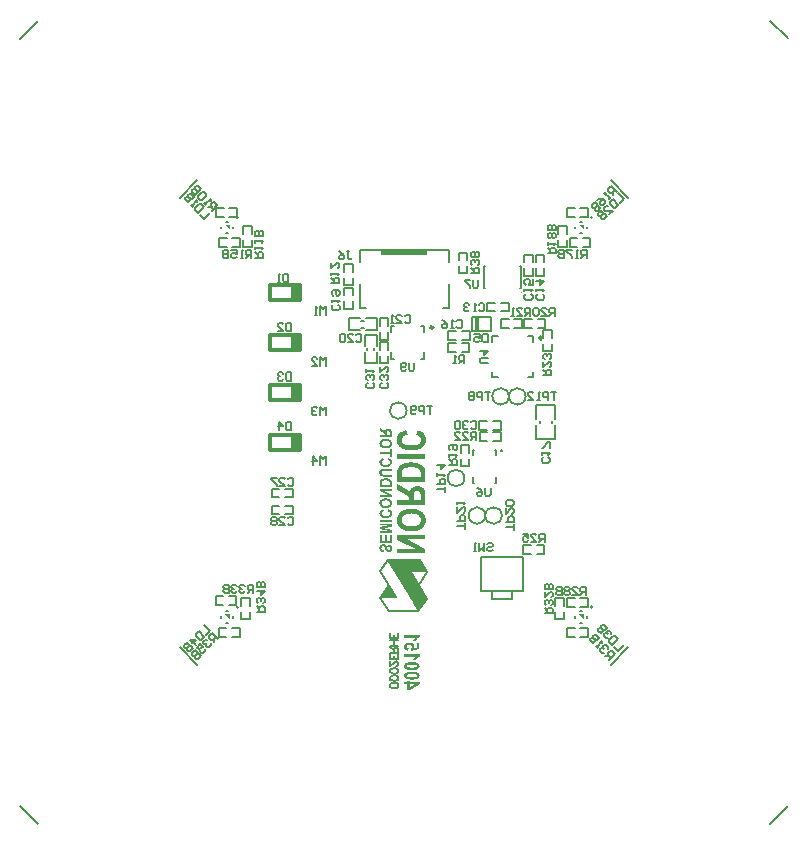
<source format=gbo>
G04 Layer_Color=32896*
%FSLAX24Y24*%
%MOIN*%
G70*
G01*
G75*
%ADD10C,0.0060*%
%ADD71C,0.0098*%
%ADD72C,0.0059*%
%ADD73C,0.0079*%
%ADD132C,0.0039*%
%ADD133C,0.0118*%
%ADD134C,0.0060*%
%ADD135R,0.1575X0.0197*%
G36*
X4724Y3374D02*
X4741Y3372D01*
X4758Y3370D01*
X4772Y3367D01*
X4786Y3364D01*
X4799Y3360D01*
X4811Y3356D01*
X4821Y3352D01*
X4830Y3347D01*
X4838Y3344D01*
X4845Y3340D01*
X4851Y3336D01*
X4855Y3333D01*
X4858Y3331D01*
X4860Y3330D01*
X4861Y3329D01*
X4871Y3320D01*
X4879Y3311D01*
X4886Y3301D01*
X4893Y3292D01*
X4898Y3282D01*
X4903Y3273D01*
X4906Y3263D01*
X4909Y3254D01*
X4911Y3246D01*
X4913Y3238D01*
X4915Y3231D01*
X4915Y3225D01*
X4916Y3220D01*
X4916Y3216D01*
Y3214D01*
Y3213D01*
Y3203D01*
X4915Y3195D01*
X4912Y3179D01*
X4909Y3164D01*
X4907Y3158D01*
X4905Y3152D01*
X4903Y3147D01*
X4900Y3142D01*
X4898Y3138D01*
X4897Y3134D01*
X4895Y3132D01*
X4894Y3130D01*
X4893Y3129D01*
X4893Y3128D01*
X4888Y3122D01*
X4883Y3116D01*
X4872Y3105D01*
X4860Y3095D01*
X4849Y3087D01*
X4839Y3081D01*
X4834Y3078D01*
X4830Y3076D01*
X4827Y3074D01*
X4825Y3073D01*
X4823Y3072D01*
X4823D01*
X4813Y3068D01*
X4804Y3065D01*
X4784Y3060D01*
X4764Y3056D01*
X4754Y3055D01*
X4745Y3054D01*
X4737Y3053D01*
X4728Y3052D01*
X4721Y3051D01*
X4715D01*
X4710Y3051D01*
X4703D01*
X4685Y3051D01*
X4667Y3053D01*
X4651Y3055D01*
X4636Y3059D01*
X4622Y3062D01*
X4609Y3066D01*
X4597Y3070D01*
X4587Y3075D01*
X4577Y3079D01*
X4569Y3083D01*
X4561Y3088D01*
X4556Y3091D01*
X4551Y3094D01*
X4548Y3096D01*
X4546Y3098D01*
X4545Y3099D01*
X4536Y3107D01*
X4529Y3115D01*
X4522Y3125D01*
X4516Y3134D01*
X4511Y3143D01*
X4507Y3153D01*
X4504Y3162D01*
X4502Y3171D01*
X4500Y3180D01*
X4498Y3188D01*
X4497Y3195D01*
X4496Y3201D01*
Y3206D01*
X4495Y3209D01*
Y3212D01*
Y3213D01*
X4496Y3226D01*
X4497Y3238D01*
X4500Y3250D01*
X4503Y3261D01*
X4507Y3271D01*
X4511Y3280D01*
X4516Y3289D01*
X4521Y3297D01*
X4525Y3304D01*
X4530Y3310D01*
X4534Y3314D01*
X4538Y3319D01*
X4541Y3322D01*
X4543Y3324D01*
X4545Y3326D01*
X4546Y3326D01*
X4557Y3335D01*
X4569Y3342D01*
X4582Y3348D01*
X4595Y3354D01*
X4608Y3359D01*
X4622Y3363D01*
X4635Y3366D01*
X4647Y3368D01*
X4659Y3371D01*
X4671Y3372D01*
X4680Y3373D01*
X4689Y3374D01*
X4696D01*
X4701Y3374D01*
X4706D01*
X4724Y3374D01*
D02*
G37*
G36*
X4909Y3630D02*
X4637D01*
X4909Y3494D01*
Y3429D01*
X4502D01*
Y3491D01*
X4767D01*
X4502Y3625D01*
Y3693D01*
X4909D01*
Y3630D01*
D02*
G37*
G36*
Y2598D02*
X4502D01*
Y2665D01*
X4909D01*
Y2598D01*
D02*
G37*
G36*
X4652Y2942D02*
X4643Y2941D01*
X4636Y2938D01*
X4629Y2936D01*
X4622Y2934D01*
X4616Y2932D01*
X4611Y2930D01*
X4602Y2925D01*
X4595Y2921D01*
X4590Y2917D01*
X4587Y2915D01*
X4586Y2914D01*
X4579Y2906D01*
X4574Y2899D01*
X4570Y2891D01*
X4568Y2884D01*
X4567Y2877D01*
X4566Y2872D01*
X4566Y2869D01*
Y2869D01*
Y2868D01*
X4566Y2862D01*
X4567Y2855D01*
X4569Y2849D01*
X4570Y2844D01*
X4576Y2833D01*
X4582Y2825D01*
X4588Y2818D01*
X4593Y2813D01*
X4595Y2811D01*
X4596Y2810D01*
X4597Y2810D01*
X4598Y2809D01*
X4605Y2805D01*
X4612Y2802D01*
X4620Y2799D01*
X4629Y2796D01*
X4647Y2792D01*
X4665Y2789D01*
X4673Y2789D01*
X4681Y2787D01*
X4688Y2787D01*
X4695D01*
X4700Y2786D01*
X4707D01*
X4721Y2787D01*
X4733Y2787D01*
X4745Y2789D01*
X4755Y2790D01*
X4765Y2792D01*
X4773Y2794D01*
X4781Y2796D01*
X4788Y2798D01*
X4794Y2800D01*
X4799Y2802D01*
X4804Y2804D01*
X4807Y2806D01*
X4810Y2807D01*
X4812Y2809D01*
X4813Y2810D01*
X4813D01*
X4819Y2814D01*
X4824Y2819D01*
X4828Y2824D01*
X4832Y2829D01*
X4836Y2834D01*
X4838Y2839D01*
X4842Y2849D01*
X4844Y2857D01*
X4845Y2860D01*
X4845Y2864D01*
X4846Y2866D01*
Y2868D01*
Y2869D01*
Y2870D01*
X4845Y2879D01*
X4843Y2888D01*
X4840Y2895D01*
X4837Y2902D01*
X4833Y2907D01*
X4831Y2911D01*
X4828Y2914D01*
X4828Y2915D01*
X4821Y2921D01*
X4813Y2927D01*
X4804Y2931D01*
X4796Y2935D01*
X4789Y2937D01*
X4783Y2939D01*
X4781Y2940D01*
X4779D01*
X4778Y2941D01*
X4778D01*
X4797Y3007D01*
X4807Y3004D01*
X4816Y3002D01*
X4824Y2998D01*
X4832Y2996D01*
X4839Y2992D01*
X4846Y2989D01*
X4852Y2985D01*
X4857Y2983D01*
X4862Y2980D01*
X4866Y2977D01*
X4870Y2974D01*
X4873Y2972D01*
X4875Y2970D01*
X4877Y2969D01*
X4877Y2968D01*
X4878Y2968D01*
X4885Y2961D01*
X4890Y2952D01*
X4896Y2945D01*
X4900Y2937D01*
X4904Y2929D01*
X4907Y2921D01*
X4909Y2914D01*
X4911Y2906D01*
X4913Y2899D01*
X4914Y2894D01*
X4915Y2888D01*
X4916Y2883D01*
X4916Y2879D01*
Y2876D01*
Y2874D01*
Y2873D01*
X4916Y2861D01*
X4914Y2849D01*
X4911Y2838D01*
X4908Y2828D01*
X4904Y2818D01*
X4900Y2809D01*
X4895Y2800D01*
X4891Y2793D01*
X4886Y2786D01*
X4881Y2780D01*
X4877Y2776D01*
X4873Y2771D01*
X4870Y2768D01*
X4867Y2766D01*
X4865Y2764D01*
X4865Y2764D01*
X4853Y2756D01*
X4841Y2749D01*
X4828Y2742D01*
X4814Y2737D01*
X4801Y2732D01*
X4787Y2728D01*
X4774Y2725D01*
X4761Y2723D01*
X4749Y2721D01*
X4738Y2720D01*
X4728Y2719D01*
X4719Y2718D01*
X4712D01*
X4706Y2717D01*
X4702D01*
X4684Y2718D01*
X4667Y2719D01*
X4651Y2721D01*
X4636Y2724D01*
X4622Y2728D01*
X4609Y2732D01*
X4597Y2736D01*
X4587Y2740D01*
X4577Y2745D01*
X4569Y2749D01*
X4562Y2753D01*
X4556Y2757D01*
X4551Y2759D01*
X4548Y2761D01*
X4546Y2763D01*
X4545Y2764D01*
X4536Y2772D01*
X4529Y2780D01*
X4522Y2789D01*
X4516Y2797D01*
X4511Y2806D01*
X4507Y2815D01*
X4504Y2823D01*
X4502Y2832D01*
X4500Y2839D01*
X4498Y2846D01*
X4497Y2853D01*
X4496Y2858D01*
Y2863D01*
X4495Y2866D01*
Y2869D01*
Y2869D01*
X4496Y2879D01*
X4497Y2888D01*
X4498Y2897D01*
X4500Y2905D01*
X4502Y2912D01*
X4505Y2919D01*
X4508Y2926D01*
X4511Y2932D01*
X4514Y2938D01*
X4517Y2942D01*
X4520Y2947D01*
X4522Y2950D01*
X4524Y2952D01*
X4526Y2955D01*
X4526Y2956D01*
X4527Y2956D01*
X4533Y2963D01*
X4540Y2969D01*
X4548Y2974D01*
X4555Y2980D01*
X4572Y2988D01*
X4588Y2995D01*
X4596Y2998D01*
X4603Y3001D01*
X4609Y3003D01*
X4615Y3004D01*
X4620Y3006D01*
X4623Y3007D01*
X4626Y3008D01*
X4626D01*
X4652Y2942D01*
D02*
G37*
G36*
Y4649D02*
X4643Y4647D01*
X4636Y4645D01*
X4629Y4643D01*
X4622Y4640D01*
X4616Y4638D01*
X4611Y4636D01*
X4602Y4631D01*
X4595Y4627D01*
X4590Y4624D01*
X4587Y4621D01*
X4586Y4620D01*
X4579Y4613D01*
X4574Y4605D01*
X4570Y4597D01*
X4568Y4590D01*
X4567Y4584D01*
X4566Y4579D01*
X4566Y4575D01*
Y4575D01*
Y4574D01*
X4566Y4568D01*
X4567Y4561D01*
X4569Y4555D01*
X4570Y4550D01*
X4576Y4540D01*
X4582Y4531D01*
X4588Y4525D01*
X4593Y4520D01*
X4595Y4518D01*
X4596Y4516D01*
X4597Y4516D01*
X4598Y4515D01*
X4605Y4512D01*
X4612Y4508D01*
X4620Y4505D01*
X4629Y4502D01*
X4647Y4498D01*
X4665Y4495D01*
X4673Y4495D01*
X4681Y4494D01*
X4688Y4493D01*
X4695D01*
X4700Y4493D01*
X4707D01*
X4721Y4493D01*
X4733Y4494D01*
X4745Y4495D01*
X4755Y4496D01*
X4765Y4498D01*
X4773Y4500D01*
X4781Y4502D01*
X4788Y4505D01*
X4794Y4507D01*
X4799Y4508D01*
X4804Y4511D01*
X4807Y4512D01*
X4810Y4514D01*
X4812Y4515D01*
X4813Y4516D01*
X4813D01*
X4819Y4520D01*
X4824Y4525D01*
X4828Y4530D01*
X4832Y4535D01*
X4836Y4540D01*
X4838Y4545D01*
X4842Y4555D01*
X4844Y4563D01*
X4845Y4567D01*
X4845Y4570D01*
X4846Y4572D01*
Y4574D01*
Y4575D01*
Y4576D01*
X4845Y4585D01*
X4843Y4594D01*
X4840Y4601D01*
X4837Y4608D01*
X4833Y4613D01*
X4831Y4618D01*
X4828Y4620D01*
X4828Y4621D01*
X4821Y4627D01*
X4813Y4633D01*
X4804Y4638D01*
X4796Y4641D01*
X4789Y4644D01*
X4783Y4646D01*
X4781Y4646D01*
X4779D01*
X4778Y4647D01*
X4778D01*
X4797Y4713D01*
X4807Y4711D01*
X4816Y4708D01*
X4824Y4705D01*
X4832Y4702D01*
X4839Y4698D01*
X4846Y4695D01*
X4852Y4692D01*
X4857Y4689D01*
X4862Y4686D01*
X4866Y4683D01*
X4870Y4680D01*
X4873Y4678D01*
X4875Y4677D01*
X4877Y4675D01*
X4877Y4674D01*
X4878Y4674D01*
X4885Y4667D01*
X4890Y4659D01*
X4896Y4651D01*
X4900Y4643D01*
X4904Y4636D01*
X4907Y4627D01*
X4909Y4620D01*
X4911Y4613D01*
X4913Y4606D01*
X4914Y4600D01*
X4915Y4594D01*
X4916Y4589D01*
X4916Y4585D01*
Y4582D01*
Y4580D01*
Y4580D01*
X4916Y4567D01*
X4914Y4555D01*
X4911Y4544D01*
X4908Y4534D01*
X4904Y4524D01*
X4900Y4515D01*
X4895Y4507D01*
X4891Y4499D01*
X4886Y4493D01*
X4881Y4487D01*
X4877Y4482D01*
X4873Y4478D01*
X4870Y4474D01*
X4867Y4472D01*
X4865Y4471D01*
X4865Y4470D01*
X4853Y4462D01*
X4841Y4455D01*
X4828Y4448D01*
X4814Y4443D01*
X4801Y4439D01*
X4787Y4435D01*
X4774Y4432D01*
X4761Y4429D01*
X4749Y4427D01*
X4738Y4426D01*
X4728Y4425D01*
X4719Y4424D01*
X4712D01*
X4706Y4423D01*
X4702D01*
X4684Y4424D01*
X4667Y4426D01*
X4651Y4428D01*
X4636Y4430D01*
X4622Y4434D01*
X4609Y4438D01*
X4597Y4442D01*
X4587Y4447D01*
X4577Y4451D01*
X4569Y4455D01*
X4562Y4459D01*
X4556Y4463D01*
X4551Y4466D01*
X4548Y4468D01*
X4546Y4469D01*
X4545Y4470D01*
X4536Y4478D01*
X4529Y4486D01*
X4522Y4495D01*
X4516Y4504D01*
X4511Y4512D01*
X4507Y4521D01*
X4504Y4529D01*
X4502Y4538D01*
X4500Y4546D01*
X4498Y4553D01*
X4497Y4559D01*
X4496Y4565D01*
Y4569D01*
X4495Y4573D01*
Y4575D01*
Y4575D01*
X4496Y4585D01*
X4497Y4594D01*
X4498Y4603D01*
X4500Y4611D01*
X4502Y4619D01*
X4505Y4626D01*
X4508Y4632D01*
X4511Y4639D01*
X4514Y4644D01*
X4517Y4649D01*
X4520Y4653D01*
X4522Y4656D01*
X4524Y4659D01*
X4526Y4661D01*
X4526Y4662D01*
X4527Y4663D01*
X4533Y4669D01*
X4540Y4675D01*
X4548Y4680D01*
X4555Y4686D01*
X4572Y4694D01*
X4588Y4702D01*
X4596Y4705D01*
X4603Y4707D01*
X4609Y4709D01*
X4615Y4711D01*
X4620Y4712D01*
X4623Y4713D01*
X4626Y4714D01*
X4626D01*
X4652Y4649D01*
D02*
G37*
G36*
X4909Y4747D02*
X4840D01*
Y4846D01*
X4502D01*
Y4913D01*
X4840D01*
Y5012D01*
X4909D01*
Y4747D01*
D02*
G37*
G36*
X4722Y4042D02*
X4732Y4041D01*
X4741Y4040D01*
X4750Y4039D01*
X4758Y4038D01*
X4766Y4037D01*
X4772Y4037D01*
X4778Y4036D01*
X4784Y4034D01*
X4788Y4033D01*
X4792Y4032D01*
X4795Y4032D01*
X4798Y4031D01*
X4799Y4031D01*
X4799D01*
X4813Y4026D01*
X4826Y4021D01*
X4837Y4016D01*
X4846Y4011D01*
X4853Y4006D01*
X4859Y4003D01*
X4860Y4001D01*
X4862Y4000D01*
X4863Y3999D01*
X4872Y3992D01*
X4879Y3984D01*
X4885Y3977D01*
X4890Y3970D01*
X4894Y3964D01*
X4896Y3959D01*
X4898Y3957D01*
X4898Y3956D01*
Y3955D01*
X4902Y3946D01*
X4905Y3934D01*
X4906Y3923D01*
X4908Y3912D01*
X4909Y3901D01*
Y3897D01*
X4909Y3893D01*
Y3889D01*
Y3887D01*
Y3886D01*
Y3885D01*
Y3763D01*
X4502D01*
Y3889D01*
X4503Y3904D01*
X4504Y3917D01*
X4506Y3928D01*
X4508Y3938D01*
X4510Y3945D01*
X4511Y3948D01*
X4512Y3951D01*
X4513Y3953D01*
X4513Y3954D01*
X4514Y3955D01*
Y3955D01*
X4518Y3965D01*
X4524Y3973D01*
X4529Y3981D01*
X4535Y3987D01*
X4540Y3992D01*
X4544Y3996D01*
X4547Y3999D01*
X4548Y3999D01*
X4557Y4006D01*
X4567Y4012D01*
X4577Y4017D01*
X4587Y4021D01*
X4596Y4025D01*
X4600Y4026D01*
X4603Y4027D01*
X4606Y4029D01*
X4608Y4029D01*
X4609Y4030D01*
X4609D01*
X4625Y4034D01*
X4640Y4037D01*
X4655Y4039D01*
X4670Y4040D01*
X4676Y4041D01*
X4682Y4042D01*
X4688D01*
X4693Y4042D01*
X4701D01*
X4722Y4042D01*
D02*
G37*
G36*
X4909Y4298D02*
X4663D01*
X4654Y4298D01*
X4646Y4297D01*
X4639Y4297D01*
X4632D01*
X4626Y4296D01*
X4621Y4296D01*
X4617Y4295D01*
X4614Y4295D01*
X4610Y4294D01*
X4608Y4294D01*
X4607Y4293D01*
X4606D01*
X4605Y4293D01*
X4598Y4290D01*
X4592Y4287D01*
X4587Y4284D01*
X4583Y4281D01*
X4580Y4277D01*
X4578Y4275D01*
X4576Y4273D01*
X4576Y4273D01*
X4573Y4267D01*
X4570Y4261D01*
X4568Y4254D01*
X4567Y4248D01*
X4566Y4242D01*
X4566Y4238D01*
Y4235D01*
Y4235D01*
Y4234D01*
X4566Y4224D01*
X4568Y4216D01*
X4570Y4208D01*
X4573Y4201D01*
X4575Y4196D01*
X4578Y4192D01*
X4580Y4190D01*
X4580Y4189D01*
X4586Y4183D01*
X4593Y4179D01*
X4600Y4175D01*
X4607Y4172D01*
X4613Y4170D01*
X4618Y4169D01*
X4621Y4168D01*
X4622D01*
X4625Y4168D01*
X4629D01*
X4634Y4167D01*
X4639D01*
X4649Y4166D01*
X4661D01*
X4671Y4166D01*
X4909D01*
Y4099D01*
X4675D01*
X4660Y4099D01*
X4646Y4100D01*
X4633Y4101D01*
X4622Y4102D01*
X4612Y4103D01*
X4602Y4104D01*
X4595Y4105D01*
X4588Y4106D01*
X4582Y4108D01*
X4577Y4109D01*
X4573Y4110D01*
X4570Y4111D01*
X4568Y4111D01*
X4567Y4112D01*
X4566D01*
X4554Y4117D01*
X4544Y4124D01*
X4535Y4131D01*
X4527Y4138D01*
X4521Y4144D01*
X4517Y4149D01*
X4516Y4151D01*
X4515Y4153D01*
X4514Y4153D01*
Y4154D01*
X4508Y4166D01*
X4503Y4179D01*
X4500Y4193D01*
X4497Y4206D01*
X4497Y4212D01*
X4496Y4218D01*
X4496Y4223D01*
Y4227D01*
X4495Y4231D01*
Y4234D01*
Y4235D01*
Y4236D01*
X4496Y4254D01*
X4498Y4270D01*
X4501Y4277D01*
X4502Y4284D01*
X4504Y4290D01*
X4507Y4295D01*
X4508Y4300D01*
X4510Y4304D01*
X4513Y4308D01*
X4514Y4311D01*
X4515Y4314D01*
X4516Y4315D01*
X4517Y4316D01*
Y4317D01*
X4527Y4328D01*
X4536Y4336D01*
X4546Y4343D01*
X4555Y4348D01*
X4564Y4352D01*
X4567Y4354D01*
X4570Y4355D01*
X4573Y4355D01*
X4575Y4356D01*
X4576Y4356D01*
X4576D01*
X4584Y4358D01*
X4592Y4360D01*
X4601Y4361D01*
X4610Y4362D01*
X4630Y4363D01*
X4649Y4364D01*
X4659Y4365D01*
X4667D01*
X4675Y4366D01*
X4909D01*
Y4298D01*
D02*
G37*
G36*
Y2431D02*
X4631Y2371D01*
X4909Y2311D01*
Y2211D01*
X4502D01*
Y2274D01*
X4823D01*
X4502Y2339D01*
Y2404D01*
X4823Y2470D01*
X4502D01*
Y2533D01*
X4909D01*
Y2431D01*
D02*
G37*
G36*
X5272Y3749D02*
X5292Y3739D01*
X5310Y3729D01*
X5327Y3720D01*
X5342Y3711D01*
X5355Y3704D01*
X5368Y3696D01*
X5379Y3689D01*
X5389Y3684D01*
X5398Y3678D01*
X5405Y3674D01*
X5415Y3666D01*
X5422Y3661D01*
X5424Y3660D01*
X5440Y3648D01*
X5455Y3634D01*
X5468Y3620D01*
X5480Y3606D01*
X5489Y3595D01*
X5497Y3586D01*
X5502Y3580D01*
X5503Y3578D01*
X5512Y3613D01*
X5524Y3643D01*
X5538Y3668D01*
X5552Y3689D01*
X5565Y3706D01*
X5577Y3718D01*
X5585Y3725D01*
X5587Y3728D01*
X5588D01*
X5602Y3738D01*
X5615Y3745D01*
X5644Y3759D01*
X5674Y3769D01*
X5702Y3775D01*
X5727Y3779D01*
X5738Y3780D01*
X5747D01*
X5755Y3781D01*
X5765D01*
X5797Y3780D01*
X5825Y3776D01*
X5852Y3770D01*
X5873Y3764D01*
X5892Y3758D01*
X5904Y3751D01*
X5909Y3750D01*
X5913Y3748D01*
X5914Y3746D01*
X5915D01*
X5937Y3733D01*
X5955Y3718D01*
X5970Y3703D01*
X5983Y3689D01*
X5992Y3676D01*
X5998Y3666D01*
X6002Y3660D01*
X6003Y3659D01*
Y3658D01*
X6008Y3646D01*
X6012Y3635D01*
X6018Y3608D01*
X6023Y3578D01*
X6025Y3548D01*
X6028Y3521D01*
Y3510D01*
X6029Y3499D01*
Y3491D01*
Y3484D01*
Y3480D01*
Y3479D01*
Y3151D01*
X5089D01*
Y3306D01*
X5482D01*
Y3338D01*
Y3356D01*
X5480Y3373D01*
X5478Y3386D01*
X5477Y3396D01*
X5474Y3405D01*
X5472Y3410D01*
X5470Y3414D01*
Y3415D01*
X5465Y3424D01*
X5460Y3433D01*
X5448Y3448D01*
X5442Y3454D01*
X5437Y3458D01*
X5433Y3460D01*
X5432Y3461D01*
X5425Y3466D01*
X5418Y3471D01*
X5409Y3478D01*
X5398Y3484D01*
X5375Y3498D01*
X5352Y3511D01*
X5329Y3524D01*
X5319Y3529D01*
X5310Y3534D01*
X5303Y3538D01*
X5298Y3541D01*
X5294Y3543D01*
X5293Y3544D01*
X5089Y3655D01*
Y3843D01*
X5272Y3749D01*
D02*
G37*
G36*
X5598Y4570D02*
X5620Y4569D01*
X5642Y4568D01*
X5662Y4565D01*
X5680Y4563D01*
X5698Y4560D01*
X5713Y4559D01*
X5727Y4556D01*
X5739Y4554D01*
X5750Y4551D01*
X5759Y4549D01*
X5767Y4548D01*
X5772Y4546D01*
X5774Y4545D01*
X5775D01*
X5808Y4535D01*
X5837Y4523D01*
X5862Y4510D01*
X5883Y4499D01*
X5900Y4489D01*
X5913Y4480D01*
X5917Y4478D01*
X5920Y4475D01*
X5923Y4473D01*
X5943Y4455D01*
X5960Y4438D01*
X5974Y4420D01*
X5985Y4405D01*
X5994Y4391D01*
X5999Y4380D01*
X6003Y4374D01*
X6004Y4373D01*
Y4371D01*
X6013Y4349D01*
X6019Y4323D01*
X6023Y4296D01*
X6027Y4270D01*
X6028Y4246D01*
Y4235D01*
X6029Y4226D01*
Y4219D01*
Y4214D01*
Y4210D01*
Y4209D01*
Y3926D01*
X5089D01*
Y4218D01*
X5090Y4251D01*
X5093Y4281D01*
X5098Y4308D01*
X5103Y4330D01*
X5107Y4348D01*
X5109Y4355D01*
X5112Y4360D01*
X5113Y4365D01*
X5114Y4369D01*
X5115Y4370D01*
Y4371D01*
X5127Y4393D01*
X5139Y4413D01*
X5152Y4430D01*
X5164Y4445D01*
X5177Y4456D01*
X5185Y4465D01*
X5192Y4471D01*
X5194Y4473D01*
X5215Y4488D01*
X5239Y4501D01*
X5263Y4514D01*
X5285Y4524D01*
X5305Y4531D01*
X5314Y4535D01*
X5322Y4538D01*
X5328Y4540D01*
X5333Y4541D01*
X5335Y4543D01*
X5337D01*
X5372Y4553D01*
X5408Y4559D01*
X5443Y4564D01*
X5477Y4568D01*
X5492Y4569D01*
X5505Y4570D01*
X5518D01*
X5529Y4571D01*
X5549D01*
X5598Y4570D01*
D02*
G37*
G36*
X6029Y2006D02*
X5400D01*
X6029Y1691D01*
Y1540D01*
X5089D01*
Y1685D01*
X5702D01*
X5089Y1994D01*
Y2151D01*
X6029D01*
Y2006D01*
D02*
G37*
G36*
X5602Y3028D02*
X5642Y3024D01*
X5679Y3019D01*
X5713Y3013D01*
X5745Y3005D01*
X5775Y2995D01*
X5802Y2986D01*
X5825Y2976D01*
X5847Y2966D01*
X5865Y2958D01*
X5882Y2949D01*
X5894Y2940D01*
X5904Y2934D01*
X5912Y2929D01*
X5917Y2925D01*
X5918Y2924D01*
X5940Y2904D01*
X5960Y2883D01*
X5977Y2860D01*
X5992Y2838D01*
X6004Y2815D01*
X6014Y2794D01*
X6023Y2771D01*
X6029Y2750D01*
X6034Y2731D01*
X6039Y2713D01*
X6042Y2696D01*
X6043Y2683D01*
X6044Y2671D01*
X6045Y2663D01*
Y2658D01*
Y2655D01*
Y2634D01*
X6043Y2614D01*
X6037Y2576D01*
X6028Y2543D01*
X6024Y2528D01*
X6019Y2515D01*
X6014Y2503D01*
X6009Y2491D01*
X6004Y2483D01*
X6000Y2474D01*
X5997Y2469D01*
X5994Y2464D01*
X5993Y2461D01*
X5992Y2460D01*
X5980Y2445D01*
X5969Y2431D01*
X5944Y2406D01*
X5917Y2384D01*
X5890Y2365D01*
X5867Y2350D01*
X5857Y2344D01*
X5847Y2339D01*
X5839Y2335D01*
X5834Y2333D01*
X5830Y2330D01*
X5829D01*
X5808Y2321D01*
X5787Y2314D01*
X5740Y2301D01*
X5694Y2294D01*
X5672Y2290D01*
X5650Y2288D01*
X5630Y2285D01*
X5612Y2284D01*
X5595Y2283D01*
X5580D01*
X5569Y2281D01*
X5553D01*
X5510Y2283D01*
X5470Y2286D01*
X5433Y2291D01*
X5398Y2299D01*
X5365Y2306D01*
X5335Y2316D01*
X5308Y2326D01*
X5284Y2336D01*
X5262Y2346D01*
X5243Y2356D01*
X5225Y2366D01*
X5213Y2374D01*
X5202Y2381D01*
X5194Y2386D01*
X5189Y2390D01*
X5188Y2391D01*
X5168Y2410D01*
X5150Y2430D01*
X5134Y2451D01*
X5122Y2473D01*
X5110Y2495D01*
X5100Y2518D01*
X5093Y2539D01*
X5088Y2559D01*
X5083Y2579D01*
X5079Y2598D01*
X5077Y2614D01*
X5074Y2628D01*
Y2639D01*
X5073Y2648D01*
Y2654D01*
Y2655D01*
X5074Y2685D01*
X5078Y2714D01*
X5084Y2741D01*
X5092Y2766D01*
X5100Y2790D01*
X5109Y2811D01*
X5120Y2831D01*
X5132Y2849D01*
X5142Y2865D01*
X5153Y2879D01*
X5162Y2890D01*
X5172Y2900D01*
X5178Y2908D01*
X5184Y2913D01*
X5188Y2916D01*
X5189Y2918D01*
X5215Y2938D01*
X5243Y2954D01*
X5273Y2969D01*
X5303Y2981D01*
X5334Y2993D01*
X5365Y3001D01*
X5395Y3009D01*
X5424Y3015D01*
X5452Y3020D01*
X5478Y3023D01*
X5500Y3025D01*
X5520Y3028D01*
X5537D01*
X5549Y3029D01*
X5559D01*
X5602Y3028D01*
D02*
G37*
G36*
X4633Y1844D02*
X4645Y1842D01*
X4656Y1841D01*
X4665Y1839D01*
X4672Y1836D01*
X4678Y1834D01*
X4679Y1833D01*
X4681Y1833D01*
X4681Y1832D01*
X4682D01*
X4691Y1827D01*
X4699Y1822D01*
X4707Y1816D01*
X4713Y1810D01*
X4718Y1805D01*
X4721Y1801D01*
X4724Y1799D01*
X4724Y1797D01*
X4727Y1793D01*
X4730Y1788D01*
X4736Y1777D01*
X4741Y1764D01*
X4746Y1753D01*
X4750Y1742D01*
X4751Y1737D01*
X4752Y1733D01*
X4753Y1729D01*
X4754Y1727D01*
X4755Y1725D01*
Y1724D01*
X4758Y1716D01*
X4760Y1708D01*
X4762Y1701D01*
X4765Y1695D01*
X4767Y1689D01*
X4769Y1684D01*
X4771Y1680D01*
X4773Y1676D01*
X4774Y1672D01*
X4776Y1670D01*
X4778Y1666D01*
X4780Y1664D01*
X4780Y1663D01*
X4785Y1659D01*
X4790Y1656D01*
X4794Y1654D01*
X4798Y1652D01*
X4802Y1651D01*
X4805Y1650D01*
X4808D01*
X4814Y1651D01*
X4820Y1652D01*
X4825Y1655D01*
X4829Y1658D01*
X4832Y1660D01*
X4834Y1663D01*
X4836Y1664D01*
X4837Y1665D01*
X4840Y1671D01*
X4843Y1677D01*
X4845Y1684D01*
X4846Y1691D01*
X4847Y1697D01*
X4848Y1702D01*
Y1705D01*
Y1706D01*
Y1707D01*
X4847Y1716D01*
X4846Y1724D01*
X4844Y1731D01*
X4841Y1737D01*
X4839Y1742D01*
X4837Y1745D01*
X4836Y1748D01*
X4835Y1748D01*
X4830Y1753D01*
X4823Y1757D01*
X4815Y1761D01*
X4807Y1763D01*
X4800Y1766D01*
X4795Y1767D01*
X4793Y1767D01*
X4791Y1768D01*
X4790D01*
X4793Y1835D01*
X4804Y1835D01*
X4814Y1833D01*
X4824Y1832D01*
X4832Y1829D01*
X4840Y1826D01*
X4848Y1823D01*
X4855Y1820D01*
X4861Y1817D01*
X4866Y1814D01*
X4871Y1811D01*
X4875Y1808D01*
X4878Y1806D01*
X4881Y1803D01*
X4883Y1802D01*
X4884Y1801D01*
X4884Y1800D01*
X4890Y1794D01*
X4895Y1787D01*
X4899Y1780D01*
X4903Y1772D01*
X4906Y1764D01*
X4909Y1756D01*
X4912Y1742D01*
X4913Y1735D01*
X4915Y1729D01*
X4915Y1723D01*
X4916Y1718D01*
X4916Y1714D01*
Y1711D01*
Y1709D01*
Y1708D01*
X4916Y1694D01*
X4914Y1682D01*
X4912Y1670D01*
X4909Y1661D01*
X4906Y1653D01*
X4905Y1650D01*
X4904Y1647D01*
X4903Y1645D01*
X4903Y1643D01*
X4902Y1643D01*
Y1642D01*
X4897Y1633D01*
X4890Y1624D01*
X4884Y1617D01*
X4877Y1611D01*
X4871Y1606D01*
X4866Y1603D01*
X4863Y1601D01*
X4863Y1601D01*
X4862D01*
X4852Y1596D01*
X4841Y1592D01*
X4831Y1590D01*
X4822Y1588D01*
X4814Y1586D01*
X4811D01*
X4807Y1586D01*
X4802D01*
X4792Y1586D01*
X4781Y1588D01*
X4772Y1590D01*
X4765Y1592D01*
X4758Y1593D01*
X4753Y1596D01*
X4750Y1597D01*
X4749Y1597D01*
X4748D01*
X4740Y1602D01*
X4732Y1608D01*
X4725Y1612D01*
X4719Y1618D01*
X4715Y1622D01*
X4711Y1626D01*
X4709Y1628D01*
X4708Y1629D01*
X4703Y1638D01*
X4698Y1648D01*
X4693Y1658D01*
X4689Y1668D01*
X4685Y1677D01*
X4684Y1682D01*
X4682Y1685D01*
X4681Y1688D01*
X4681Y1690D01*
X4680Y1691D01*
Y1692D01*
X4678Y1701D01*
X4675Y1708D01*
X4673Y1715D01*
X4671Y1722D01*
X4669Y1727D01*
X4667Y1733D01*
X4666Y1737D01*
X4664Y1740D01*
X4663Y1743D01*
X4662Y1746D01*
X4660Y1750D01*
X4660Y1752D01*
X4659Y1753D01*
X4657Y1757D01*
X4654Y1761D01*
X4652Y1764D01*
X4649Y1767D01*
X4647Y1768D01*
X4645Y1770D01*
X4644Y1771D01*
X4643D01*
X4640Y1773D01*
X4636Y1775D01*
X4628Y1777D01*
X4625D01*
X4622Y1777D01*
X4620D01*
X4611Y1777D01*
X4603Y1775D01*
X4597Y1772D01*
X4591Y1769D01*
X4587Y1765D01*
X4583Y1762D01*
X4581Y1760D01*
X4580Y1760D01*
X4575Y1753D01*
X4571Y1745D01*
X4568Y1737D01*
X4567Y1729D01*
X4566Y1722D01*
X4564Y1717D01*
Y1715D01*
Y1714D01*
Y1713D01*
Y1712D01*
X4566Y1701D01*
X4568Y1691D01*
X4572Y1682D01*
X4577Y1675D01*
X4582Y1668D01*
X4589Y1662D01*
X4596Y1657D01*
X4603Y1652D01*
X4610Y1649D01*
X4618Y1646D01*
X4625Y1644D01*
X4630Y1642D01*
X4635Y1641D01*
X4639Y1640D01*
X4641Y1639D01*
X4642D01*
X4635Y1574D01*
X4622Y1576D01*
X4610Y1578D01*
X4599Y1580D01*
X4589Y1584D01*
X4579Y1588D01*
X4570Y1591D01*
X4562Y1596D01*
X4554Y1601D01*
X4547Y1606D01*
X4541Y1611D01*
X4535Y1617D01*
X4529Y1623D01*
X4520Y1635D01*
X4513Y1647D01*
X4507Y1659D01*
X4503Y1670D01*
X4500Y1681D01*
X4497Y1690D01*
X4496Y1698D01*
X4496Y1702D01*
Y1704D01*
X4495Y1707D01*
Y1708D01*
Y1709D01*
Y1710D01*
X4496Y1722D01*
X4497Y1734D01*
X4498Y1745D01*
X4501Y1755D01*
X4503Y1764D01*
X4507Y1773D01*
X4510Y1780D01*
X4513Y1787D01*
X4516Y1793D01*
X4520Y1797D01*
X4523Y1802D01*
X4526Y1806D01*
X4528Y1808D01*
X4529Y1810D01*
X4530Y1811D01*
X4531Y1812D01*
X4538Y1817D01*
X4545Y1822D01*
X4553Y1827D01*
X4560Y1830D01*
X4568Y1834D01*
X4575Y1836D01*
X4589Y1840D01*
X4596Y1842D01*
X4601Y1843D01*
X4607Y1843D01*
X4612Y1844D01*
X4615Y1845D01*
X4620D01*
X4633Y1844D01*
D02*
G37*
G36*
X4571Y1968D02*
X4681D01*
Y2136D01*
X4750D01*
Y1968D01*
X4840D01*
Y2149D01*
X4909D01*
Y1901D01*
X4502D01*
Y2155D01*
X4571D01*
Y1968D01*
D02*
G37*
G36*
X6029Y4699D02*
X5089D01*
Y4854D01*
X6029D01*
Y4699D01*
D02*
G37*
G36*
X5434Y5495D02*
X5415Y5491D01*
X5398Y5486D01*
X5382Y5481D01*
X5367Y5476D01*
X5353Y5471D01*
X5340Y5466D01*
X5319Y5455D01*
X5303Y5445D01*
X5292Y5438D01*
X5285Y5433D01*
X5283Y5430D01*
X5267Y5413D01*
X5255Y5395D01*
X5247Y5376D01*
X5242Y5360D01*
X5238Y5345D01*
X5237Y5334D01*
X5235Y5326D01*
Y5325D01*
Y5324D01*
X5237Y5309D01*
X5239Y5294D01*
X5243Y5280D01*
X5247Y5268D01*
X5259Y5244D01*
X5273Y5224D01*
X5287Y5209D01*
X5299Y5198D01*
X5303Y5193D01*
X5307Y5190D01*
X5309Y5189D01*
X5310Y5188D01*
X5325Y5179D01*
X5343Y5170D01*
X5362Y5164D01*
X5382Y5158D01*
X5423Y5148D01*
X5465Y5141D01*
X5484Y5140D01*
X5503Y5138D01*
X5519Y5136D01*
X5534D01*
X5547Y5135D01*
X5563D01*
X5594Y5136D01*
X5623Y5138D01*
X5649Y5140D01*
X5673Y5144D01*
X5695Y5148D01*
X5715Y5153D01*
X5734Y5158D01*
X5749Y5163D01*
X5764Y5168D01*
X5775Y5171D01*
X5785Y5176D01*
X5794Y5180D01*
X5800Y5184D01*
X5804Y5186D01*
X5807Y5189D01*
X5808D01*
X5822Y5199D01*
X5833Y5210D01*
X5843Y5221D01*
X5852Y5234D01*
X5859Y5245D01*
X5864Y5256D01*
X5874Y5279D01*
X5879Y5298D01*
X5880Y5306D01*
X5882Y5314D01*
X5883Y5319D01*
Y5324D01*
Y5326D01*
Y5328D01*
X5882Y5349D01*
X5877Y5369D01*
X5870Y5386D01*
X5863Y5403D01*
X5854Y5414D01*
X5848Y5424D01*
X5843Y5429D01*
X5842Y5431D01*
X5825Y5446D01*
X5807Y5460D01*
X5787Y5470D01*
X5768Y5479D01*
X5752Y5484D01*
X5738Y5489D01*
X5733Y5490D01*
X5729D01*
X5727Y5491D01*
X5725D01*
X5770Y5645D01*
X5793Y5639D01*
X5814Y5633D01*
X5833Y5625D01*
X5852Y5619D01*
X5868Y5610D01*
X5883Y5603D01*
X5897Y5595D01*
X5909Y5589D01*
X5920Y5581D01*
X5930Y5575D01*
X5938Y5569D01*
X5945Y5564D01*
X5950Y5560D01*
X5954Y5556D01*
X5955Y5555D01*
X5957Y5554D01*
X5973Y5538D01*
X5985Y5519D01*
X5998Y5501D01*
X6008Y5483D01*
X6017Y5465D01*
X6024Y5446D01*
X6029Y5429D01*
X6034Y5413D01*
X6038Y5396D01*
X6040Y5383D01*
X6043Y5369D01*
X6044Y5358D01*
X6045Y5349D01*
Y5343D01*
Y5338D01*
Y5336D01*
X6044Y5308D01*
X6040Y5280D01*
X6034Y5254D01*
X6027Y5230D01*
X6018Y5208D01*
X6008Y5186D01*
X5997Y5168D01*
X5987Y5150D01*
X5975Y5135D01*
X5964Y5121D01*
X5954Y5110D01*
X5945Y5100D01*
X5938Y5093D01*
X5932Y5088D01*
X5928Y5084D01*
X5927Y5083D01*
X5900Y5064D01*
X5872Y5048D01*
X5842Y5033D01*
X5810Y5020D01*
X5779Y5010D01*
X5748Y5001D01*
X5717Y4994D01*
X5688Y4989D01*
X5659Y4984D01*
X5634Y4981D01*
X5610Y4979D01*
X5590Y4976D01*
X5573D01*
X5560Y4975D01*
X5550D01*
X5509Y4976D01*
X5469Y4980D01*
X5433Y4985D01*
X5398Y4991D01*
X5365Y5000D01*
X5335Y5009D01*
X5308Y5019D01*
X5284Y5029D01*
X5262Y5039D01*
X5243Y5049D01*
X5227Y5058D01*
X5213Y5066D01*
X5202Y5073D01*
X5194Y5078D01*
X5189Y5081D01*
X5188Y5083D01*
X5168Y5101D01*
X5150Y5120D01*
X5134Y5140D01*
X5122Y5160D01*
X5110Y5180D01*
X5100Y5201D01*
X5093Y5220D01*
X5088Y5240D01*
X5083Y5258D01*
X5079Y5274D01*
X5077Y5289D01*
X5074Y5301D01*
Y5311D01*
X5073Y5320D01*
Y5325D01*
Y5326D01*
X5074Y5349D01*
X5077Y5370D01*
X5079Y5390D01*
X5084Y5409D01*
X5089Y5426D01*
X5095Y5443D01*
X5103Y5458D01*
X5109Y5473D01*
X5115Y5485D01*
X5123Y5495D01*
X5129Y5505D01*
X5134Y5513D01*
X5139Y5519D01*
X5143Y5524D01*
X5144Y5526D01*
X5145Y5528D01*
X5160Y5543D01*
X5177Y5556D01*
X5194Y5569D01*
X5212Y5581D01*
X5250Y5601D01*
X5288Y5618D01*
X5305Y5625D01*
X5322Y5630D01*
X5337Y5635D01*
X5349Y5639D01*
X5360Y5643D01*
X5369Y5645D01*
X5374Y5646D01*
X5375D01*
X5434Y5495D01*
D02*
G37*
G36*
X5512Y-1434D02*
X5526Y-1435D01*
X5538Y-1437D01*
X5551Y-1440D01*
X5562Y-1443D01*
X5573Y-1447D01*
X5582Y-1450D01*
X5592Y-1454D01*
X5599Y-1459D01*
X5606Y-1462D01*
X5612Y-1466D01*
X5617Y-1470D01*
X5621Y-1472D01*
X5624Y-1474D01*
X5625Y-1476D01*
X5626Y-1476D01*
X5632Y-1483D01*
X5638Y-1490D01*
X5644Y-1496D01*
X5648Y-1504D01*
X5652Y-1510D01*
X5655Y-1517D01*
X5660Y-1530D01*
X5662Y-1541D01*
X5663Y-1546D01*
X5664Y-1551D01*
X5664Y-1554D01*
Y-1557D01*
Y-1558D01*
Y-1559D01*
X5664Y-1569D01*
X5662Y-1579D01*
X5659Y-1588D01*
X5656Y-1596D01*
X5654Y-1603D01*
X5651Y-1608D01*
X5649Y-1611D01*
X5648Y-1613D01*
X5734Y-1599D01*
Y-1452D01*
X5824D01*
Y-1659D01*
X5562Y-1700D01*
X5550Y-1636D01*
X5557Y-1631D01*
X5562Y-1626D01*
X5568Y-1621D01*
X5572Y-1615D01*
X5578Y-1605D01*
X5582Y-1595D01*
X5585Y-1587D01*
X5586Y-1581D01*
X5587Y-1579D01*
Y-1577D01*
Y-1576D01*
Y-1575D01*
X5586Y-1565D01*
X5584Y-1557D01*
X5580Y-1549D01*
X5576Y-1543D01*
X5572Y-1537D01*
X5568Y-1534D01*
X5565Y-1531D01*
X5564Y-1531D01*
X5555Y-1525D01*
X5544Y-1521D01*
X5532Y-1517D01*
X5521Y-1515D01*
X5511Y-1514D01*
X5506D01*
X5503Y-1513D01*
X5495D01*
X5478Y-1514D01*
X5463Y-1516D01*
X5451Y-1519D01*
X5440Y-1522D01*
X5432Y-1525D01*
X5427Y-1529D01*
X5423Y-1531D01*
X5422Y-1531D01*
X5414Y-1538D01*
X5409Y-1545D01*
X5405Y-1552D01*
X5401Y-1559D01*
X5400Y-1565D01*
X5399Y-1569D01*
X5399Y-1572D01*
Y-1573D01*
X5399Y-1581D01*
X5401Y-1587D01*
X5405Y-1594D01*
X5408Y-1599D01*
X5411Y-1604D01*
X5415Y-1607D01*
X5417Y-1610D01*
X5417Y-1611D01*
X5425Y-1617D01*
X5433Y-1621D01*
X5442Y-1625D01*
X5451Y-1627D01*
X5458Y-1629D01*
X5464Y-1630D01*
X5468Y-1631D01*
X5469D01*
X5459Y-1709D01*
X5447Y-1707D01*
X5436Y-1705D01*
X5425Y-1703D01*
X5415Y-1699D01*
X5406Y-1696D01*
X5397Y-1692D01*
X5390Y-1689D01*
X5383Y-1685D01*
X5377Y-1681D01*
X5371Y-1677D01*
X5367Y-1674D01*
X5363Y-1671D01*
X5361Y-1669D01*
X5359Y-1667D01*
X5357Y-1666D01*
X5357Y-1665D01*
X5351Y-1658D01*
X5345Y-1651D01*
X5340Y-1643D01*
X5336Y-1635D01*
X5330Y-1620D01*
X5326Y-1606D01*
X5323Y-1593D01*
X5323Y-1588D01*
X5322Y-1583D01*
X5321Y-1579D01*
Y-1577D01*
Y-1575D01*
Y-1574D01*
X5322Y-1561D01*
X5324Y-1550D01*
X5327Y-1539D01*
X5330Y-1529D01*
X5334Y-1519D01*
X5339Y-1511D01*
X5343Y-1504D01*
X5349Y-1496D01*
X5354Y-1490D01*
X5359Y-1485D01*
X5363Y-1480D01*
X5367Y-1476D01*
X5371Y-1474D01*
X5374Y-1472D01*
X5375Y-1470D01*
X5376Y-1470D01*
X5387Y-1463D01*
X5397Y-1458D01*
X5408Y-1452D01*
X5418Y-1448D01*
X5439Y-1442D01*
X5457Y-1438D01*
X5466Y-1436D01*
X5473Y-1435D01*
X5481Y-1434D01*
X5486Y-1434D01*
X5491Y-1433D01*
X5497D01*
X5512Y-1434D01*
D02*
G37*
G36*
X5832Y-1254D02*
X5816Y-1260D01*
X5801Y-1267D01*
X5788Y-1275D01*
X5776Y-1283D01*
X5767Y-1290D01*
X5760Y-1296D01*
X5757Y-1299D01*
X5755Y-1301D01*
X5754Y-1302D01*
X5754Y-1302D01*
X5742Y-1316D01*
X5732Y-1328D01*
X5724Y-1340D01*
X5718Y-1350D01*
X5713Y-1358D01*
X5710Y-1364D01*
X5708Y-1367D01*
X5708Y-1369D01*
X5707Y-1370D01*
Y-1370D01*
X5620D01*
X5629Y-1350D01*
X5640Y-1330D01*
X5652Y-1313D01*
X5658Y-1305D01*
X5664Y-1298D01*
X5670Y-1291D01*
X5676Y-1286D01*
X5680Y-1280D01*
X5684Y-1276D01*
X5688Y-1273D01*
X5690Y-1270D01*
X5692Y-1269D01*
X5692Y-1268D01*
X5330D01*
Y-1190D01*
X5832D01*
Y-1254D01*
D02*
G37*
G36*
X5602Y-2083D02*
X5626Y-2084D01*
X5648Y-2086D01*
X5667Y-2088D01*
X5686Y-2091D01*
X5702Y-2094D01*
X5716Y-2098D01*
X5729Y-2101D01*
X5740Y-2104D01*
X5750Y-2108D01*
X5758Y-2111D01*
X5764Y-2114D01*
X5769Y-2116D01*
X5772Y-2118D01*
X5774Y-2119D01*
X5775Y-2120D01*
X5785Y-2127D01*
X5794Y-2134D01*
X5802Y-2142D01*
X5808Y-2150D01*
X5814Y-2158D01*
X5818Y-2166D01*
X5822Y-2174D01*
X5825Y-2181D01*
X5828Y-2189D01*
X5829Y-2195D01*
X5830Y-2201D01*
X5832Y-2206D01*
Y-2210D01*
X5832Y-2213D01*
Y-2215D01*
Y-2216D01*
X5832Y-2227D01*
X5829Y-2237D01*
X5827Y-2247D01*
X5824Y-2256D01*
X5819Y-2265D01*
X5814Y-2273D01*
X5809Y-2279D01*
X5804Y-2286D01*
X5798Y-2292D01*
X5793Y-2297D01*
X5788Y-2301D01*
X5784Y-2305D01*
X5780Y-2308D01*
X5778Y-2310D01*
X5776Y-2311D01*
X5775Y-2312D01*
X5764Y-2319D01*
X5750Y-2324D01*
X5736Y-2329D01*
X5720Y-2333D01*
X5688Y-2340D01*
X5655Y-2344D01*
X5639Y-2345D01*
X5625Y-2347D01*
X5612Y-2347D01*
X5600Y-2348D01*
X5590Y-2349D01*
X5577D01*
X5551Y-2348D01*
X5527Y-2347D01*
X5506Y-2345D01*
X5485Y-2343D01*
X5467Y-2340D01*
X5451Y-2337D01*
X5437Y-2334D01*
X5423Y-2330D01*
X5413Y-2327D01*
X5403Y-2323D01*
X5395Y-2321D01*
X5389Y-2318D01*
X5383Y-2315D01*
X5380Y-2313D01*
X5378Y-2313D01*
X5377Y-2312D01*
X5367Y-2305D01*
X5359Y-2297D01*
X5351Y-2289D01*
X5345Y-2281D01*
X5339Y-2273D01*
X5335Y-2265D01*
X5331Y-2257D01*
X5329Y-2250D01*
X5326Y-2243D01*
X5324Y-2236D01*
X5323Y-2231D01*
X5322Y-2225D01*
Y-2221D01*
X5321Y-2218D01*
Y-2216D01*
Y-2215D01*
X5322Y-2205D01*
X5324Y-2194D01*
X5327Y-2185D01*
X5330Y-2175D01*
X5339Y-2159D01*
X5345Y-2152D01*
X5350Y-2146D01*
X5355Y-2140D01*
X5360Y-2134D01*
X5365Y-2130D01*
X5369Y-2126D01*
X5373Y-2124D01*
X5375Y-2122D01*
X5377Y-2120D01*
X5378Y-2120D01*
X5389Y-2113D01*
X5403Y-2107D01*
X5417Y-2102D01*
X5433Y-2098D01*
X5449Y-2094D01*
X5466Y-2092D01*
X5498Y-2087D01*
X5514Y-2086D01*
X5528Y-2084D01*
X5542Y-2084D01*
X5553Y-2083D01*
X5563Y-2082D01*
X5576D01*
X5602Y-2083D01*
D02*
G37*
G36*
X5832Y-1892D02*
X5816Y-1898D01*
X5801Y-1905D01*
X5788Y-1913D01*
X5776Y-1921D01*
X5767Y-1928D01*
X5760Y-1934D01*
X5757Y-1937D01*
X5755Y-1939D01*
X5754Y-1940D01*
X5754Y-1940D01*
X5742Y-1954D01*
X5732Y-1966D01*
X5724Y-1978D01*
X5718Y-1988D01*
X5713Y-1996D01*
X5710Y-2002D01*
X5708Y-2005D01*
X5708Y-2007D01*
X5707Y-2008D01*
Y-2008D01*
X5620D01*
X5629Y-1988D01*
X5640Y-1968D01*
X5652Y-1951D01*
X5658Y-1943D01*
X5664Y-1936D01*
X5670Y-1929D01*
X5676Y-1924D01*
X5680Y-1918D01*
X5684Y-1914D01*
X5688Y-1911D01*
X5690Y-1908D01*
X5692Y-1907D01*
X5692Y-1906D01*
X5330D01*
Y-1828D01*
X5832D01*
Y-1892D01*
D02*
G37*
G36*
X11318Y12343D02*
X11163Y12498D01*
X11318D01*
Y12343D01*
D02*
G37*
G36*
X-492Y12344D02*
X-648Y12500D01*
X-492D01*
Y12344D01*
D02*
G37*
G36*
X-492Y-647D02*
X-647Y-492D01*
X-492D01*
Y-647D01*
D02*
G37*
G36*
X11318D02*
X11163Y-492D01*
X11318D01*
Y-647D01*
D02*
G37*
G36*
X5602Y-2402D02*
X5626Y-2403D01*
X5648Y-2405D01*
X5667Y-2407D01*
X5686Y-2410D01*
X5702Y-2413D01*
X5716Y-2417D01*
X5729Y-2420D01*
X5740Y-2423D01*
X5750Y-2427D01*
X5758Y-2430D01*
X5764Y-2433D01*
X5769Y-2435D01*
X5772Y-2437D01*
X5774Y-2438D01*
X5775Y-2439D01*
X5785Y-2446D01*
X5794Y-2453D01*
X5802Y-2461D01*
X5808Y-2469D01*
X5814Y-2477D01*
X5818Y-2485D01*
X5822Y-2493D01*
X5825Y-2501D01*
X5828Y-2508D01*
X5829Y-2514D01*
X5830Y-2520D01*
X5832Y-2525D01*
Y-2529D01*
X5832Y-2532D01*
Y-2534D01*
Y-2535D01*
X5832Y-2546D01*
X5829Y-2556D01*
X5827Y-2566D01*
X5824Y-2575D01*
X5819Y-2584D01*
X5814Y-2592D01*
X5809Y-2598D01*
X5804Y-2605D01*
X5798Y-2611D01*
X5793Y-2616D01*
X5788Y-2620D01*
X5784Y-2624D01*
X5780Y-2627D01*
X5778Y-2629D01*
X5776Y-2630D01*
X5775Y-2631D01*
X5764Y-2638D01*
X5750Y-2643D01*
X5736Y-2648D01*
X5720Y-2652D01*
X5688Y-2659D01*
X5655Y-2663D01*
X5639Y-2664D01*
X5625Y-2666D01*
X5612Y-2666D01*
X5600Y-2667D01*
X5590Y-2668D01*
X5577D01*
X5551Y-2667D01*
X5527Y-2666D01*
X5506Y-2664D01*
X5485Y-2662D01*
X5467Y-2659D01*
X5451Y-2656D01*
X5437Y-2653D01*
X5423Y-2649D01*
X5413Y-2646D01*
X5403Y-2642D01*
X5395Y-2640D01*
X5389Y-2637D01*
X5383Y-2634D01*
X5380Y-2632D01*
X5378Y-2632D01*
X5377Y-2631D01*
X5367Y-2624D01*
X5359Y-2616D01*
X5351Y-2608D01*
X5345Y-2600D01*
X5339Y-2592D01*
X5335Y-2584D01*
X5331Y-2576D01*
X5329Y-2569D01*
X5326Y-2562D01*
X5324Y-2555D01*
X5323Y-2550D01*
X5322Y-2544D01*
Y-2540D01*
X5321Y-2537D01*
Y-2535D01*
Y-2534D01*
X5322Y-2524D01*
X5324Y-2513D01*
X5327Y-2504D01*
X5330Y-2495D01*
X5339Y-2478D01*
X5345Y-2471D01*
X5350Y-2465D01*
X5355Y-2459D01*
X5360Y-2453D01*
X5365Y-2449D01*
X5369Y-2445D01*
X5373Y-2443D01*
X5375Y-2441D01*
X5377Y-2439D01*
X5378Y-2439D01*
X5389Y-2432D01*
X5403Y-2426D01*
X5417Y-2421D01*
X5433Y-2417D01*
X5449Y-2413D01*
X5466Y-2411D01*
X5498Y-2406D01*
X5514Y-2405D01*
X5528Y-2403D01*
X5542Y-2403D01*
X5553Y-2402D01*
X5563Y-2401D01*
X5576D01*
X5602Y-2402D01*
D02*
G37*
G36*
X4581Y5677D02*
X4590Y5673D01*
X4598Y5668D01*
X4605Y5664D01*
X4612Y5661D01*
X4618Y5657D01*
X4623Y5654D01*
X4628Y5651D01*
X4632Y5649D01*
X4636Y5646D01*
X4639Y5644D01*
X4643Y5641D01*
X4646Y5639D01*
X4647Y5639D01*
X4654Y5633D01*
X4661Y5627D01*
X4666Y5621D01*
X4672Y5615D01*
X4675Y5610D01*
X4679Y5607D01*
X4681Y5604D01*
X4681Y5603D01*
X4685Y5618D01*
X4691Y5631D01*
X4696Y5642D01*
X4702Y5651D01*
X4708Y5659D01*
X4713Y5663D01*
X4717Y5667D01*
X4718Y5668D01*
X4718D01*
X4724Y5672D01*
X4730Y5675D01*
X4742Y5681D01*
X4755Y5686D01*
X4767Y5688D01*
X4778Y5690D01*
X4783Y5690D01*
X4787D01*
X4791Y5691D01*
X4795D01*
X4808Y5690D01*
X4821Y5689D01*
X4832Y5686D01*
X4841Y5683D01*
X4850Y5681D01*
X4855Y5678D01*
X4857Y5677D01*
X4859Y5676D01*
X4859Y5676D01*
X4860D01*
X4869Y5670D01*
X4877Y5663D01*
X4884Y5657D01*
X4889Y5651D01*
X4893Y5646D01*
X4896Y5641D01*
X4897Y5639D01*
X4898Y5638D01*
Y5637D01*
X4900Y5633D01*
X4902Y5628D01*
X4904Y5616D01*
X4906Y5603D01*
X4907Y5590D01*
X4909Y5578D01*
Y5574D01*
X4909Y5569D01*
Y5566D01*
Y5562D01*
Y5561D01*
Y5560D01*
Y5418D01*
X4502D01*
Y5485D01*
X4672D01*
Y5499D01*
Y5507D01*
X4672Y5514D01*
X4671Y5520D01*
X4670Y5524D01*
X4669Y5528D01*
X4668Y5530D01*
X4667Y5532D01*
Y5533D01*
X4665Y5536D01*
X4663Y5540D01*
X4658Y5547D01*
X4655Y5549D01*
X4653Y5551D01*
X4651Y5552D01*
X4651Y5553D01*
X4648Y5555D01*
X4645Y5557D01*
X4641Y5560D01*
X4636Y5562D01*
X4626Y5568D01*
X4616Y5574D01*
X4606Y5580D01*
X4602Y5582D01*
X4598Y5584D01*
X4595Y5586D01*
X4593Y5587D01*
X4591Y5588D01*
X4590Y5588D01*
X4502Y5636D01*
Y5718D01*
X4581Y5677D01*
D02*
G37*
G36*
X5515Y-2756D02*
X5832D01*
Y-2822D01*
X5514Y-3000D01*
X5431D01*
Y-2831D01*
X5330D01*
Y-2756D01*
X5431D01*
Y-2705D01*
X5515D01*
Y-2756D01*
D02*
G37*
G36*
X4724Y5365D02*
X4741Y5363D01*
X4758Y5361D01*
X4772Y5358D01*
X4786Y5355D01*
X4799Y5351D01*
X4811Y5347D01*
X4821Y5343D01*
X4830Y5338D01*
X4838Y5334D01*
X4845Y5331D01*
X4851Y5327D01*
X4855Y5324D01*
X4858Y5322D01*
X4860Y5320D01*
X4861Y5320D01*
X4871Y5311D01*
X4879Y5302D01*
X4886Y5292D01*
X4893Y5283D01*
X4898Y5273D01*
X4903Y5264D01*
X4906Y5254D01*
X4909Y5245D01*
X4911Y5237D01*
X4913Y5228D01*
X4915Y5221D01*
X4915Y5215D01*
X4916Y5211D01*
X4916Y5207D01*
Y5205D01*
Y5204D01*
Y5194D01*
X4915Y5186D01*
X4912Y5169D01*
X4909Y5155D01*
X4907Y5148D01*
X4905Y5143D01*
X4903Y5138D01*
X4900Y5133D01*
X4898Y5129D01*
X4897Y5125D01*
X4895Y5123D01*
X4894Y5121D01*
X4893Y5120D01*
X4893Y5119D01*
X4888Y5113D01*
X4883Y5107D01*
X4872Y5096D01*
X4860Y5086D01*
X4849Y5078D01*
X4839Y5072D01*
X4834Y5069D01*
X4830Y5067D01*
X4827Y5065D01*
X4825Y5064D01*
X4823Y5063D01*
X4823D01*
X4813Y5059D01*
X4804Y5056D01*
X4784Y5050D01*
X4764Y5047D01*
X4754Y5046D01*
X4745Y5045D01*
X4737Y5043D01*
X4728Y5043D01*
X4721Y5042D01*
X4715D01*
X4710Y5042D01*
X4703D01*
X4685Y5042D01*
X4667Y5044D01*
X4651Y5046D01*
X4636Y5049D01*
X4622Y5053D01*
X4609Y5057D01*
X4597Y5061D01*
X4587Y5066D01*
X4577Y5070D01*
X4569Y5074D01*
X4561Y5079D01*
X4556Y5082D01*
X4551Y5085D01*
X4548Y5087D01*
X4546Y5089D01*
X4545Y5089D01*
X4536Y5098D01*
X4529Y5106D01*
X4522Y5115D01*
X4516Y5125D01*
X4511Y5134D01*
X4507Y5144D01*
X4504Y5153D01*
X4502Y5162D01*
X4500Y5171D01*
X4498Y5179D01*
X4497Y5186D01*
X4496Y5192D01*
Y5197D01*
X4495Y5200D01*
Y5203D01*
Y5204D01*
X4496Y5217D01*
X4497Y5229D01*
X4500Y5241D01*
X4503Y5252D01*
X4507Y5262D01*
X4511Y5271D01*
X4516Y5280D01*
X4521Y5287D01*
X4525Y5294D01*
X4530Y5300D01*
X4534Y5305D01*
X4538Y5310D01*
X4541Y5313D01*
X4543Y5315D01*
X4545Y5317D01*
X4546Y5317D01*
X4557Y5326D01*
X4569Y5333D01*
X4582Y5339D01*
X4595Y5345D01*
X4608Y5350D01*
X4622Y5353D01*
X4635Y5357D01*
X4647Y5359D01*
X4659Y5362D01*
X4671Y5363D01*
X4680Y5364D01*
X4689Y5365D01*
X4696D01*
X4701Y5365D01*
X4706D01*
X4724Y5365D01*
D02*
G37*
%LPC*%
G36*
X4714Y3305D02*
X4707D01*
X4694Y3305D01*
X4682Y3304D01*
X4671Y3303D01*
X4660Y3301D01*
X4651Y3299D01*
X4641Y3297D01*
X4634Y3294D01*
X4627Y3292D01*
X4620Y3290D01*
X4615Y3287D01*
X4610Y3285D01*
X4607Y3283D01*
X4604Y3281D01*
X4602Y3280D01*
X4601Y3279D01*
X4600Y3279D01*
X4594Y3274D01*
X4589Y3268D01*
X4584Y3263D01*
X4580Y3258D01*
X4577Y3252D01*
X4574Y3246D01*
X4570Y3236D01*
X4567Y3227D01*
X4567Y3223D01*
X4566Y3219D01*
X4566Y3216D01*
Y3214D01*
Y3213D01*
Y3213D01*
X4566Y3206D01*
X4567Y3199D01*
X4569Y3192D01*
X4571Y3186D01*
X4576Y3174D01*
X4583Y3165D01*
X4589Y3157D01*
X4592Y3154D01*
X4595Y3152D01*
X4597Y3149D01*
X4599Y3148D01*
X4600Y3147D01*
X4600Y3147D01*
X4607Y3142D01*
X4615Y3138D01*
X4623Y3134D01*
X4632Y3132D01*
X4649Y3127D01*
X4666Y3123D01*
X4674Y3122D01*
X4681Y3122D01*
X4688Y3121D01*
X4694Y3121D01*
X4699Y3120D01*
X4706D01*
X4719Y3121D01*
X4731Y3121D01*
X4742Y3122D01*
X4752Y3124D01*
X4762Y3126D01*
X4771Y3128D01*
X4778Y3130D01*
X4785Y3133D01*
X4791Y3135D01*
X4797Y3137D01*
X4801Y3140D01*
X4805Y3142D01*
X4807Y3143D01*
X4810Y3145D01*
X4811Y3146D01*
X4811D01*
X4817Y3150D01*
X4823Y3156D01*
X4827Y3161D01*
X4831Y3167D01*
X4834Y3173D01*
X4837Y3178D01*
X4841Y3189D01*
X4844Y3198D01*
X4845Y3202D01*
X4845Y3206D01*
X4846Y3209D01*
Y3211D01*
Y3212D01*
Y3213D01*
X4845Y3220D01*
X4844Y3227D01*
X4843Y3234D01*
X4840Y3240D01*
X4835Y3252D01*
X4829Y3261D01*
X4823Y3269D01*
X4817Y3275D01*
X4815Y3277D01*
X4813Y3278D01*
X4812Y3279D01*
X4812Y3279D01*
X4805Y3284D01*
X4798Y3288D01*
X4781Y3294D01*
X4764Y3299D01*
X4747Y3302D01*
X4739Y3303D01*
X4731Y3304D01*
X4725Y3305D01*
X4719D01*
X4714Y3305D01*
D02*
G37*
G36*
X4716Y3973D02*
X4689D01*
X4675Y3972D01*
X4663Y3971D01*
X4653Y3970D01*
X4645Y3968D01*
X4642Y3968D01*
X4639Y3967D01*
X4637Y3967D01*
X4635D01*
X4635Y3966D01*
X4634D01*
X4625Y3964D01*
X4617Y3961D01*
X4610Y3959D01*
X4605Y3957D01*
X4601Y3954D01*
X4597Y3953D01*
X4596Y3952D01*
X4595Y3951D01*
X4591Y3947D01*
X4587Y3944D01*
X4584Y3940D01*
X4581Y3936D01*
X4580Y3932D01*
X4578Y3930D01*
X4577Y3928D01*
X4577Y3927D01*
X4575Y3921D01*
X4574Y3914D01*
X4573Y3906D01*
X4572Y3898D01*
Y3891D01*
X4571Y3886D01*
Y3884D01*
Y3882D01*
Y3881D01*
Y3880D01*
Y3830D01*
X4840D01*
Y3860D01*
Y3868D01*
Y3874D01*
X4840Y3880D01*
Y3886D01*
X4839Y3891D01*
Y3895D01*
X4839Y3903D01*
X4838Y3908D01*
X4837Y3912D01*
X4837Y3914D01*
Y3915D01*
X4834Y3922D01*
X4831Y3928D01*
X4828Y3933D01*
X4825Y3938D01*
X4821Y3942D01*
X4819Y3945D01*
X4817Y3946D01*
X4817Y3947D01*
X4811Y3951D01*
X4804Y3955D01*
X4797Y3959D01*
X4791Y3961D01*
X4785Y3964D01*
X4780Y3965D01*
X4777Y3966D01*
X4776Y3966D01*
X4775D01*
X4765Y3968D01*
X4753Y3970D01*
X4741Y3971D01*
X4731Y3972D01*
X4720D01*
X4716Y3973D01*
D02*
G37*
G36*
X5760Y3621D02*
X5753D01*
X5737Y3620D01*
X5722Y3619D01*
X5709Y3615D01*
X5698Y3613D01*
X5689Y3609D01*
X5683Y3605D01*
X5679Y3604D01*
X5678Y3603D01*
X5668Y3595D01*
X5660Y3588D01*
X5653Y3580D01*
X5648Y3573D01*
X5644Y3566D01*
X5642Y3561D01*
X5640Y3558D01*
Y3556D01*
X5639Y3550D01*
X5638Y3543D01*
X5637Y3534D01*
X5635Y3523D01*
X5634Y3501D01*
X5633Y3478D01*
X5632Y3456D01*
Y3446D01*
Y3439D01*
Y3431D01*
Y3426D01*
Y3423D01*
Y3421D01*
Y3306D01*
X5870D01*
Y3428D01*
Y3446D01*
Y3463D01*
X5869Y3479D01*
Y3491D01*
Y3504D01*
X5868Y3514D01*
Y3523D01*
X5867Y3530D01*
X5865Y3541D01*
X5864Y3549D01*
X5863Y3553D01*
Y3554D01*
X5858Y3565D01*
X5853Y3575D01*
X5847Y3583D01*
X5840Y3590D01*
X5834Y3595D01*
X5830Y3599D01*
X5827Y3601D01*
X5825Y3603D01*
X5814Y3609D01*
X5803Y3614D01*
X5790Y3616D01*
X5779Y3619D01*
X5769Y3620D01*
X5760Y3621D01*
D02*
G37*
G36*
X5583Y4411D02*
X5520D01*
X5489Y4409D01*
X5460Y4406D01*
X5438Y4404D01*
X5419Y4401D01*
X5412Y4400D01*
X5405Y4399D01*
X5400Y4398D01*
X5397D01*
X5395Y4396D01*
X5394D01*
X5373Y4391D01*
X5354Y4385D01*
X5339Y4379D01*
X5327Y4374D01*
X5317Y4369D01*
X5309Y4365D01*
X5305Y4363D01*
X5304Y4361D01*
X5294Y4353D01*
X5285Y4344D01*
X5278Y4335D01*
X5272Y4326D01*
X5268Y4318D01*
X5264Y4313D01*
X5263Y4308D01*
X5262Y4306D01*
X5257Y4293D01*
X5254Y4275D01*
X5252Y4258D01*
X5249Y4239D01*
Y4223D01*
X5248Y4210D01*
Y4205D01*
Y4201D01*
Y4199D01*
Y4198D01*
Y4081D01*
X5870D01*
Y4151D01*
Y4169D01*
Y4184D01*
X5869Y4198D01*
Y4210D01*
X5868Y4223D01*
Y4233D01*
X5867Y4250D01*
X5864Y4263D01*
X5863Y4271D01*
X5862Y4276D01*
Y4278D01*
X5857Y4294D01*
X5849Y4308D01*
X5842Y4320D01*
X5834Y4331D01*
X5827Y4340D01*
X5822Y4346D01*
X5817Y4350D01*
X5815Y4351D01*
X5802Y4361D01*
X5787Y4371D01*
X5770Y4379D01*
X5755Y4385D01*
X5742Y4390D01*
X5730Y4394D01*
X5723Y4395D01*
X5722Y4396D01*
X5720D01*
X5697Y4401D01*
X5669Y4405D01*
X5642Y4408D01*
X5617Y4410D01*
X5593D01*
X5583Y4411D01*
D02*
G37*
G36*
X5578Y2869D02*
X5563D01*
X5533Y2868D01*
X5504Y2866D01*
X5478Y2864D01*
X5454Y2859D01*
X5432Y2855D01*
X5410Y2850D01*
X5393Y2844D01*
X5377Y2839D01*
X5362Y2833D01*
X5349Y2828D01*
X5339Y2821D01*
X5330Y2818D01*
X5324Y2814D01*
X5319Y2810D01*
X5317Y2809D01*
X5315Y2808D01*
X5302Y2796D01*
X5289Y2784D01*
X5278Y2771D01*
X5269Y2759D01*
X5262Y2745D01*
X5255Y2733D01*
X5245Y2709D01*
X5239Y2688D01*
X5238Y2679D01*
X5237Y2670D01*
X5235Y2664D01*
Y2659D01*
Y2656D01*
Y2655D01*
X5237Y2639D01*
X5239Y2623D01*
X5243Y2608D01*
X5248Y2593D01*
X5260Y2566D01*
X5275Y2545D01*
X5290Y2526D01*
X5297Y2520D01*
X5303Y2514D01*
X5308Y2509D01*
X5312Y2505D01*
X5314Y2504D01*
X5315Y2503D01*
X5332Y2491D01*
X5349Y2483D01*
X5368Y2474D01*
X5388Y2468D01*
X5428Y2456D01*
X5468Y2449D01*
X5487Y2446D01*
X5503Y2445D01*
X5519Y2444D01*
X5533Y2443D01*
X5544Y2441D01*
X5559D01*
X5589Y2443D01*
X5617Y2444D01*
X5643Y2446D01*
X5667Y2450D01*
X5689Y2455D01*
X5709Y2460D01*
X5727Y2465D01*
X5743Y2471D01*
X5757Y2476D01*
X5769Y2481D01*
X5779Y2486D01*
X5788Y2491D01*
X5794Y2495D01*
X5799Y2498D01*
X5802Y2500D01*
X5803D01*
X5817Y2511D01*
X5829Y2524D01*
X5840Y2536D01*
X5849Y2550D01*
X5857Y2563D01*
X5863Y2575D01*
X5873Y2600D01*
X5879Y2621D01*
X5880Y2631D01*
X5882Y2639D01*
X5883Y2646D01*
Y2651D01*
Y2654D01*
Y2655D01*
X5882Y2673D01*
X5879Y2689D01*
X5875Y2705D01*
X5870Y2719D01*
X5858Y2745D01*
X5844Y2768D01*
X5829Y2785D01*
X5817Y2799D01*
X5812Y2803D01*
X5808Y2806D01*
X5805Y2808D01*
X5804Y2809D01*
X5788Y2819D01*
X5772Y2829D01*
X5733Y2844D01*
X5693Y2854D01*
X5654Y2861D01*
X5635Y2864D01*
X5618Y2866D01*
X5603Y2868D01*
X5589D01*
X5578Y2869D01*
D02*
G37*
G36*
X5595Y-2165D02*
X5556D01*
X5537Y-2165D01*
X5520Y-2166D01*
X5505Y-2167D01*
X5492Y-2168D01*
X5480Y-2169D01*
X5470Y-2171D01*
X5461Y-2172D01*
X5453Y-2173D01*
X5447Y-2174D01*
X5442Y-2175D01*
X5438Y-2177D01*
X5435Y-2177D01*
X5433Y-2178D01*
X5432Y-2179D01*
X5431D01*
X5426Y-2181D01*
X5421Y-2184D01*
X5413Y-2190D01*
X5408Y-2196D01*
X5405Y-2202D01*
X5402Y-2207D01*
X5401Y-2211D01*
X5401Y-2214D01*
Y-2215D01*
X5401Y-2219D01*
X5402Y-2223D01*
X5405Y-2231D01*
X5410Y-2237D01*
X5416Y-2243D01*
X5421Y-2247D01*
X5426Y-2250D01*
X5429Y-2252D01*
X5431Y-2253D01*
X5437Y-2255D01*
X5446Y-2257D01*
X5455Y-2259D01*
X5467Y-2261D01*
X5478Y-2261D01*
X5491Y-2263D01*
X5515Y-2264D01*
X5527Y-2265D01*
X5538Y-2265D01*
X5549D01*
X5558Y-2266D01*
X5597D01*
X5616Y-2265D01*
X5632Y-2265D01*
X5648Y-2264D01*
X5661Y-2263D01*
X5673Y-2262D01*
X5683Y-2261D01*
X5692Y-2259D01*
X5700Y-2258D01*
X5706Y-2257D01*
X5711Y-2256D01*
X5715Y-2255D01*
X5718Y-2254D01*
X5720Y-2253D01*
X5721Y-2253D01*
X5722D01*
X5727Y-2250D01*
X5732Y-2247D01*
X5740Y-2241D01*
X5746Y-2235D01*
X5749Y-2229D01*
X5752Y-2223D01*
X5752Y-2219D01*
X5753Y-2217D01*
Y-2215D01*
Y-2211D01*
X5752Y-2207D01*
X5748Y-2200D01*
X5743Y-2193D01*
X5738Y-2188D01*
X5732Y-2184D01*
X5726Y-2181D01*
X5723Y-2179D01*
X5722Y-2179D01*
X5722D01*
X5715Y-2176D01*
X5706Y-2174D01*
X5697Y-2172D01*
X5686Y-2171D01*
X5674Y-2169D01*
X5662Y-2168D01*
X5638Y-2167D01*
X5626Y-2166D01*
X5614Y-2165D01*
X5604D01*
X5595Y-2165D01*
D02*
G37*
G36*
Y-2484D02*
X5556D01*
X5537Y-2485D01*
X5520Y-2485D01*
X5505Y-2486D01*
X5492Y-2487D01*
X5480Y-2489D01*
X5470Y-2490D01*
X5461Y-2491D01*
X5453Y-2492D01*
X5447Y-2493D01*
X5442Y-2495D01*
X5438Y-2496D01*
X5435Y-2497D01*
X5433Y-2497D01*
X5432Y-2498D01*
X5431D01*
X5426Y-2501D01*
X5421Y-2503D01*
X5413Y-2509D01*
X5408Y-2515D01*
X5405Y-2521D01*
X5402Y-2526D01*
X5401Y-2530D01*
X5401Y-2533D01*
Y-2534D01*
X5401Y-2538D01*
X5402Y-2542D01*
X5405Y-2550D01*
X5410Y-2556D01*
X5416Y-2562D01*
X5421Y-2566D01*
X5426Y-2569D01*
X5429Y-2571D01*
X5431Y-2572D01*
X5437Y-2574D01*
X5446Y-2576D01*
X5455Y-2578D01*
X5467Y-2580D01*
X5478Y-2580D01*
X5491Y-2582D01*
X5515Y-2583D01*
X5527Y-2584D01*
X5538Y-2584D01*
X5549D01*
X5558Y-2585D01*
X5597D01*
X5616Y-2584D01*
X5632Y-2584D01*
X5648Y-2583D01*
X5661Y-2582D01*
X5673Y-2581D01*
X5683Y-2580D01*
X5692Y-2578D01*
X5700Y-2577D01*
X5706Y-2576D01*
X5711Y-2575D01*
X5715Y-2574D01*
X5718Y-2573D01*
X5720Y-2572D01*
X5721Y-2572D01*
X5722D01*
X5727Y-2569D01*
X5732Y-2566D01*
X5740Y-2560D01*
X5746Y-2554D01*
X5749Y-2548D01*
X5752Y-2542D01*
X5752Y-2538D01*
X5753Y-2536D01*
Y-2534D01*
Y-2530D01*
X5752Y-2526D01*
X5748Y-2519D01*
X5743Y-2512D01*
X5738Y-2507D01*
X5732Y-2503D01*
X5726Y-2501D01*
X5723Y-2499D01*
X5722Y-2498D01*
X5722D01*
X5715Y-2495D01*
X5706Y-2493D01*
X5697Y-2491D01*
X5686Y-2490D01*
X5674Y-2489D01*
X5662Y-2487D01*
X5638Y-2486D01*
X5626Y-2485D01*
X5614Y-2485D01*
X5604D01*
X5595Y-2484D01*
D02*
G37*
G36*
X4793Y5622D02*
X4790D01*
X4783Y5621D01*
X4776Y5621D01*
X4771Y5619D01*
X4766Y5618D01*
X4762Y5616D01*
X4759Y5615D01*
X4758Y5614D01*
X4757Y5614D01*
X4753Y5610D01*
X4750Y5607D01*
X4746Y5604D01*
X4744Y5601D01*
X4742Y5598D01*
X4741Y5596D01*
X4741Y5594D01*
Y5594D01*
X4740Y5591D01*
X4740Y5588D01*
X4739Y5584D01*
X4739Y5579D01*
X4738Y5570D01*
X4738Y5560D01*
X4737Y5550D01*
Y5546D01*
Y5543D01*
Y5540D01*
Y5537D01*
Y5536D01*
Y5535D01*
Y5485D01*
X4840D01*
Y5538D01*
Y5546D01*
Y5553D01*
X4840Y5560D01*
Y5566D01*
Y5571D01*
X4839Y5575D01*
Y5579D01*
X4839Y5582D01*
X4838Y5587D01*
X4838Y5590D01*
X4837Y5592D01*
Y5593D01*
X4835Y5597D01*
X4833Y5602D01*
X4830Y5605D01*
X4827Y5608D01*
X4825Y5610D01*
X4823Y5612D01*
X4821Y5613D01*
X4821Y5614D01*
X4816Y5616D01*
X4811Y5619D01*
X4806Y5620D01*
X4801Y5621D01*
X4797Y5621D01*
X4793Y5622D01*
D02*
G37*
G36*
X5686Y-2831D02*
X5515D01*
Y-2926D01*
X5686Y-2831D01*
D02*
G37*
G36*
X4714Y5296D02*
X4707D01*
X4694Y5296D01*
X4682Y5295D01*
X4671Y5294D01*
X4660Y5292D01*
X4651Y5290D01*
X4641Y5288D01*
X4634Y5285D01*
X4627Y5283D01*
X4620Y5280D01*
X4615Y5278D01*
X4610Y5276D01*
X4607Y5274D01*
X4604Y5272D01*
X4602Y5271D01*
X4601Y5270D01*
X4600Y5270D01*
X4594Y5265D01*
X4589Y5259D01*
X4584Y5254D01*
X4580Y5248D01*
X4577Y5243D01*
X4574Y5237D01*
X4570Y5227D01*
X4567Y5218D01*
X4567Y5214D01*
X4566Y5210D01*
X4566Y5207D01*
Y5205D01*
Y5204D01*
Y5204D01*
X4566Y5197D01*
X4567Y5189D01*
X4569Y5183D01*
X4571Y5177D01*
X4576Y5165D01*
X4583Y5156D01*
X4589Y5148D01*
X4592Y5145D01*
X4595Y5142D01*
X4597Y5140D01*
X4599Y5139D01*
X4600Y5138D01*
X4600Y5138D01*
X4607Y5133D01*
X4615Y5129D01*
X4623Y5125D01*
X4632Y5122D01*
X4649Y5118D01*
X4666Y5114D01*
X4674Y5113D01*
X4681Y5113D01*
X4688Y5112D01*
X4694Y5112D01*
X4699Y5111D01*
X4706D01*
X4719Y5112D01*
X4731Y5112D01*
X4742Y5113D01*
X4752Y5115D01*
X4762Y5117D01*
X4771Y5119D01*
X4778Y5121D01*
X4785Y5124D01*
X4791Y5126D01*
X4797Y5128D01*
X4801Y5131D01*
X4805Y5133D01*
X4807Y5134D01*
X4810Y5135D01*
X4811Y5136D01*
X4811D01*
X4817Y5141D01*
X4823Y5147D01*
X4827Y5152D01*
X4831Y5158D01*
X4834Y5164D01*
X4837Y5169D01*
X4841Y5180D01*
X4844Y5189D01*
X4845Y5193D01*
X4845Y5197D01*
X4846Y5200D01*
Y5202D01*
Y5203D01*
Y5204D01*
X4845Y5211D01*
X4844Y5218D01*
X4843Y5225D01*
X4840Y5231D01*
X4835Y5243D01*
X4829Y5252D01*
X4823Y5260D01*
X4817Y5266D01*
X4815Y5267D01*
X4813Y5269D01*
X4812Y5270D01*
X4812Y5270D01*
X4805Y5274D01*
X4798Y5279D01*
X4781Y5285D01*
X4764Y5290D01*
X4747Y5293D01*
X4739Y5294D01*
X4731Y5295D01*
X4725Y5296D01*
X4719D01*
X4714Y5296D01*
D02*
G37*
%LPD*%
D10*
X-223Y12739D02*
G03*
X-223Y12739I-25J0D01*
G01*
X11588Y12737D02*
G03*
X11588Y12737I-25J0D01*
G01*
Y-253D02*
G03*
X11588Y-253I-25J0D01*
G01*
X-222D02*
G03*
X-222Y-253I-25J0D01*
G01*
X10354Y5364D02*
Y5827D01*
Y6024D02*
Y6486D01*
X9724Y5364D02*
Y5827D01*
Y6024D02*
Y6486D01*
X10354D01*
X9724Y5364D02*
X10354D01*
X4562Y121D02*
X5027D01*
X4510Y967D02*
X5050Y85D01*
X4536D02*
X5050D01*
X4520Y66D02*
X4806Y483D01*
X4514Y54D02*
X4814Y-379D01*
X5782Y-311D02*
X6050Y75D01*
X5550Y916D02*
X6080Y34D01*
X4814Y-379D02*
X5790D01*
Y-379D02*
X6080Y34D01*
X5307Y474D02*
X5570Y870D01*
X5280Y520D02*
X5550Y916D01*
X5270Y540D02*
X5555Y936D01*
X5321Y1316D02*
X5555Y936D01*
X5288Y507D02*
X5564Y892D01*
X4760Y416D02*
X4848D01*
X4725Y365D02*
X4879D01*
X4701Y329D02*
X4900D01*
X4668Y282D02*
X4928D01*
X4644Y244D02*
X4951D01*
X4617Y205D02*
X4975D01*
X4593Y168D02*
X4999D01*
X5798Y1316D02*
X6031Y936D01*
X5743Y1316D02*
X5976Y936D01*
X5707Y1316D02*
X5941Y936D01*
X5660Y1316D02*
X5893Y936D01*
X5613Y1316D02*
X5846Y936D01*
X5526Y1316D02*
X5760Y936D01*
X5479Y1316D02*
X5712Y936D01*
X5428Y1316D02*
X5661Y936D01*
X5392Y1316D02*
X5626Y936D01*
X5341Y1316D02*
X5574Y936D01*
X5558Y1316D02*
X5791Y936D01*
X4831Y1264D02*
X4872Y1316D01*
X4859Y1217D02*
X4933Y1316D01*
X4885Y1172D02*
X4991Y1316D01*
X4905Y1140D02*
X5034Y1316D01*
X4929Y1102D02*
X5082Y1316D01*
X4949Y1068D02*
X5128Y1316D01*
X4972Y1030D02*
X5177Y1316D01*
X5000Y985D02*
X5236Y1316D01*
X5026Y942D02*
X5293Y1316D01*
X5047Y908D02*
X5321Y1299D01*
X5077Y854D02*
X5353Y1247D01*
X5105Y814D02*
X5381Y1202D01*
X5123Y787D02*
X5396Y1176D01*
X5143Y749D02*
X5418Y1140D01*
X5163Y712D02*
X5439Y1105D01*
X5190Y670D02*
X5465Y1062D01*
X5217Y630D02*
X5491Y1020D01*
X5241Y588D02*
X5516Y979D01*
X5331Y439D02*
X5603Y827D01*
X5354Y399D02*
X5627Y787D01*
X5379Y358D02*
X5652Y747D01*
X5406Y312D02*
X5679Y701D01*
X5426Y279D02*
X5699Y668D01*
X5452Y239D02*
X5724Y626D01*
X5471Y207D02*
X5742Y594D01*
X5493Y169D02*
X5765Y555D01*
X5515Y131D02*
X5788Y520D01*
X5539Y92D02*
X5816Y487D01*
X5564Y51D02*
X5837Y439D01*
X5589Y11D02*
X5861Y398D01*
X5615Y-27D02*
X5885Y358D01*
X5632Y-61D02*
X5904Y327D01*
X5654Y-100D02*
X5927Y289D01*
X5675Y-131D02*
X5947Y256D01*
X5698Y-171D02*
X5971Y217D01*
X5722Y-211D02*
X5995Y178D01*
X5742Y-243D02*
X6014Y146D01*
X5764Y-276D02*
X6034Y110D01*
X5841Y1316D02*
X6085Y920D01*
X5577Y936D02*
X6073D01*
X5814Y483D02*
X6085Y920D01*
X4770Y1316D02*
X5840D01*
X4510Y967D02*
X4766Y1316D01*
X4798D02*
X5802Y-344D01*
X3854Y11661D02*
X6806D01*
X6619Y9722D02*
X6806D01*
X3854D02*
X4041D01*
X7136Y11319D02*
Y11565D01*
Y10876D02*
Y11122D01*
X7431Y11319D02*
Y11565D01*
Y10876D02*
Y11122D01*
X7136Y10876D02*
X7431D01*
X7136Y11565D02*
X7431D01*
X-848Y-1248D02*
X-602D01*
X-405D02*
X-159D01*
X-848Y-952D02*
X-602D01*
X-405D02*
X-159D01*
Y-1248D02*
Y-952D01*
X-848Y-1248D02*
Y-952D01*
X168Y-644D02*
Y-398D01*
Y-202D02*
Y44D01*
X-128Y-644D02*
Y-398D01*
Y-202D02*
Y44D01*
X168D01*
X-128Y-644D02*
X168D01*
X-964Y-188D02*
X-718D01*
X-522D02*
X-276D01*
X-964Y108D02*
X-718D01*
X-522D02*
X-276D01*
Y-188D02*
Y108D01*
X-964Y-188D02*
Y108D01*
X10648Y-644D02*
Y-398D01*
Y-202D02*
Y44D01*
X10352Y-644D02*
Y-398D01*
Y-202D02*
Y44D01*
X10648D01*
X10352Y-644D02*
X10648D01*
X11198Y-952D02*
X11445D01*
X10756D02*
X11002D01*
X11198Y-1248D02*
X11445D01*
X10756D02*
X11002D01*
X10756D02*
Y-952D01*
X11445Y-1248D02*
Y-952D01*
X10755Y-248D02*
X11002D01*
X11198D02*
X11444D01*
X10755Y48D02*
X11002D01*
X11198D02*
X11444D01*
Y-248D02*
Y48D01*
X10755Y-248D02*
Y48D01*
X9734Y1821D02*
X9980D01*
X9291D02*
X9537D01*
X9734Y1526D02*
X9980D01*
X9291D02*
X9537D01*
X9291D02*
Y1821D01*
X9980Y1526D02*
Y1821D01*
X10248Y8286D02*
Y8532D01*
Y8728D02*
Y8974D01*
X9952Y8286D02*
Y8532D01*
Y8728D02*
Y8974D01*
X10248D01*
X9952Y8286D02*
X10248D01*
X7845Y5302D02*
X8091D01*
X8288D02*
X8534D01*
X7845Y5598D02*
X8091D01*
X8288D02*
X8534D01*
Y5302D02*
Y5598D01*
X7845Y5302D02*
Y5598D01*
X8996Y9360D02*
X9242D01*
X8553D02*
X8799D01*
X8996Y9065D02*
X9242D01*
X8553D02*
X8799D01*
X8553D02*
Y9360D01*
X9242Y9065D02*
Y9360D01*
X9331Y9065D02*
X9577D01*
X9774D02*
X10020D01*
X9331Y9360D02*
X9577D01*
X9774D02*
X10020D01*
Y9065D02*
Y9360D01*
X9331Y9065D02*
Y9360D01*
X7202Y4898D02*
Y5144D01*
Y4456D02*
Y4702D01*
X7498Y4898D02*
Y5144D01*
Y4456D02*
Y4702D01*
X7202Y4456D02*
X7498D01*
X7202Y5144D02*
X7498D01*
X10452Y12198D02*
Y12444D01*
Y11756D02*
Y12002D01*
X10748Y12198D02*
Y12444D01*
Y11756D02*
Y12002D01*
X10452Y11756D02*
X10748D01*
X10452Y12444D02*
X10748D01*
X11278Y12048D02*
X11524D01*
X10836D02*
X11082D01*
X11278Y11752D02*
X11524D01*
X10836D02*
X11082D01*
X10836D02*
Y12048D01*
X11524Y11752D02*
Y12048D01*
X10756Y12752D02*
X11002D01*
X11198D02*
X11444D01*
X10756Y13048D02*
X11002D01*
X11198D02*
X11444D01*
Y12752D02*
Y13048D01*
X10756Y12752D02*
Y13048D01*
X-844Y11752D02*
X-598D01*
X-402D02*
X-156D01*
X-844Y12048D02*
X-598D01*
X-402D02*
X-156D01*
Y11752D02*
Y12048D01*
X-844Y11752D02*
Y12048D01*
X3317Y10925D02*
Y11171D01*
Y10482D02*
Y10728D01*
X3612Y10925D02*
Y11171D01*
Y10482D02*
Y10728D01*
X3317Y10482D02*
X3612D01*
X3317Y11171D02*
X3612D01*
X-48Y12198D02*
Y12444D01*
Y11756D02*
Y12002D01*
X248Y12198D02*
Y12444D01*
Y11756D02*
Y12002D01*
X-48Y11756D02*
X248D01*
X-48Y12444D02*
X248D01*
X-502Y13048D02*
X-256D01*
X-944D02*
X-698D01*
X-502Y12752D02*
X-256D01*
X-944D02*
X-698D01*
X-944D02*
Y13048D01*
X-256Y12752D02*
Y13048D01*
X6795Y8252D02*
X7041D01*
X7238D02*
X7484D01*
X6795Y8548D02*
X7041D01*
X7238D02*
X7484D01*
Y8252D02*
Y8548D01*
X6795Y8252D02*
Y8548D01*
X12205Y-2165D02*
X12795Y-1575D01*
X-2165D02*
X-1575Y-2165D01*
X-2165Y13386D02*
X-2165D01*
X-1575Y13976D01*
X12795Y13386D02*
X12795D01*
X12205Y13976D02*
X12795Y13386D01*
X-7480Y18701D02*
X-6890Y19291D01*
X-7480Y-6890D02*
X-6890Y-7480D01*
X17520D02*
X18110Y-6890D01*
X18101Y18710D02*
X18110D01*
X17520Y19291D02*
X18101Y18710D01*
X8804Y9612D02*
Y9888D01*
X8096Y9612D02*
Y9888D01*
Y9612D02*
X8352D01*
X8548D02*
X8804D01*
X8096Y9888D02*
X8352D01*
X8548D02*
X8804D01*
X9715Y11494D02*
X9991D01*
X9715Y10786D02*
X9991D01*
Y11042D01*
Y11238D02*
Y11494D01*
X9715Y10786D02*
Y11042D01*
Y11238D02*
Y11494D01*
X9330D02*
X9606D01*
X9330Y10786D02*
X9606D01*
Y11042D01*
Y11238D02*
Y11494D01*
X9330Y10786D02*
Y11042D01*
Y11238D02*
Y11494D01*
X6795Y8662D02*
Y8938D01*
X7504Y8662D02*
Y8938D01*
X7248D02*
X7504D01*
X6795D02*
X7051D01*
X7248Y8662D02*
X7504D01*
X6795D02*
X7051D01*
X3327Y9685D02*
X3602D01*
X3327Y10394D02*
X3602D01*
X3327Y10138D02*
Y10394D01*
Y9685D02*
Y9941D01*
X3602Y10138D02*
Y10394D01*
Y9685D02*
Y9941D01*
X4035Y9370D02*
X4400D01*
X3474D02*
X3839D01*
X4035Y8976D02*
X4400D01*
X3474D02*
X3839D01*
X3474D02*
Y9370D01*
X4400Y8976D02*
Y9370D01*
X4508Y9370D02*
X4783D01*
X4508Y8661D02*
X4783D01*
Y8917D01*
Y9114D02*
Y9370D01*
X4508Y8661D02*
Y8917D01*
Y9114D02*
Y9370D01*
X906Y3405D02*
Y3681D01*
X1614Y3405D02*
Y3681D01*
X1358D02*
X1614D01*
X906D02*
X1161D01*
X1358Y3405D02*
X1614D01*
X906D02*
X1161D01*
X1614Y2854D02*
Y3130D01*
X905Y2854D02*
Y3130D01*
Y2854D02*
X1161D01*
X1358D02*
X1614D01*
X905Y3130D02*
X1161D01*
X1358D02*
X1614D01*
X7826Y5662D02*
Y5938D01*
X8534Y5662D02*
Y5938D01*
X8278D02*
X8534D01*
X7826D02*
X8081D01*
X8278Y5662D02*
X8534D01*
X7826D02*
X8081D01*
X4409Y7884D02*
Y8248D01*
Y8445D02*
Y8809D01*
X4016Y7884D02*
Y8248D01*
Y8445D02*
Y8809D01*
X4409D01*
X4016Y7884D02*
X4409D01*
X4508Y7874D02*
X4784D01*
X4508Y8583D02*
X4784D01*
X4508Y8327D02*
Y8583D01*
Y7874D02*
Y8130D01*
X4784Y8327D02*
Y8583D01*
Y7874D02*
Y8130D01*
X5650Y7898D02*
Y7673D01*
X5605Y7628D01*
X5515D01*
X5470Y7673D01*
Y7898D01*
X5380Y7673D02*
X5335Y7628D01*
X5245D01*
X5200Y7673D01*
Y7853D01*
X5245Y7898D01*
X5335D01*
X5380Y7853D01*
Y7808D01*
X5335Y7763D01*
X5200D01*
X8088Y1839D02*
X8133Y1884D01*
X8223D01*
X8268Y1839D01*
Y1794D01*
X8223Y1749D01*
X8133D01*
X8088Y1704D01*
Y1659D01*
X8133Y1614D01*
X8223D01*
X8268Y1659D01*
X7998Y1884D02*
Y1614D01*
X7908Y1704D01*
X7818Y1614D01*
Y1884D01*
X7728Y1614D02*
X7638D01*
X7683D01*
Y1884D01*
X7728Y1839D01*
X7795Y10664D02*
Y10439D01*
X7750Y10394D01*
X7660D01*
X7615Y10439D01*
Y10664D01*
X7525D02*
X7345D01*
Y10619D01*
X7525Y10439D01*
Y10394D01*
X10124Y4745D02*
X10169Y4700D01*
Y4610D01*
X10124Y4565D01*
X9944D01*
X9899Y4610D01*
Y4700D01*
X9944Y4745D01*
X9899Y4835D02*
Y4925D01*
Y4880D01*
X10169D01*
X10124Y4835D01*
X10169Y5060D02*
Y5240D01*
X10124D01*
X9944Y5060D01*
X9899D01*
X8114Y7874D02*
X7889D01*
X7844Y7919D01*
Y8009D01*
X7889Y8054D01*
X8114D01*
X7844Y8279D02*
X8114D01*
X7979Y8144D01*
Y8324D01*
X8200Y3730D02*
Y3505D01*
X8155Y3460D01*
X8065D01*
X8020Y3505D01*
Y3730D01*
X7750D02*
X7840Y3685D01*
X7930Y3595D01*
Y3505D01*
X7885Y3460D01*
X7795D01*
X7750Y3505D01*
Y3550D01*
X7795Y3595D01*
X7930D01*
X1554Y7571D02*
Y7301D01*
X1419D01*
X1374Y7346D01*
Y7526D01*
X1419Y7571D01*
X1554D01*
X1284Y7526D02*
X1239Y7571D01*
X1149D01*
X1104Y7526D01*
Y7481D01*
X1149Y7436D01*
X1194D01*
X1149D01*
X1104Y7391D01*
Y7346D01*
X1149Y7301D01*
X1239D01*
X1284Y7346D01*
X3403Y11609D02*
X3493D01*
X3448D01*
Y11384D01*
X3493Y11339D01*
X3538D01*
X3583Y11384D01*
X3133Y11609D02*
X3223Y11564D01*
X3313Y11474D01*
Y11384D01*
X3268Y11339D01*
X3178D01*
X3133Y11384D01*
Y11429D01*
X3178Y11474D01*
X3313D01*
X7543Y10876D02*
X7812D01*
Y11011D01*
X7767Y11056D01*
X7677D01*
X7632Y11011D01*
Y10876D01*
Y10966D02*
X7543Y11056D01*
X7767Y11146D02*
X7812Y11191D01*
Y11281D01*
X7767Y11326D01*
X7722D01*
X7677Y11281D01*
Y11236D01*
Y11281D01*
X7632Y11326D01*
X7588D01*
X7543Y11281D01*
Y11191D01*
X7588Y11146D01*
X7767Y11416D02*
X7812Y11461D01*
Y11551D01*
X7767Y11596D01*
X7722D01*
X7677Y11551D01*
X7632Y11596D01*
X7588D01*
X7543Y11551D01*
Y11461D01*
X7588Y11416D01*
X7632D01*
X7677Y11461D01*
X7722Y11416D01*
X7767D01*
X7677Y11461D02*
Y11551D01*
X6680Y3580D02*
Y3760D01*
Y3670D01*
X6410D01*
Y3850D02*
X6680D01*
Y3985D01*
X6635Y4030D01*
X6545D01*
X6500Y3985D01*
Y3850D01*
X6410Y4120D02*
Y4210D01*
Y4165D01*
X6680D01*
X6635Y4120D01*
X6410Y4480D02*
X6680D01*
X6545Y4345D01*
Y4525D01*
X10394Y6923D02*
X10214D01*
X10304D01*
Y6654D01*
X10124D02*
Y6923D01*
X9989D01*
X9944Y6878D01*
Y6788D01*
X9989Y6744D01*
X10124D01*
X9854Y6654D02*
X9764D01*
X9809D01*
Y6923D01*
X9854Y6878D01*
X9449Y6654D02*
X9629D01*
X9449Y6833D01*
Y6878D01*
X9494Y6923D01*
X9584D01*
X9629Y6878D01*
X6260Y6451D02*
X6080D01*
X6170D01*
Y6181D01*
X5990D02*
Y6451D01*
X5855D01*
X5810Y6406D01*
Y6316D01*
X5855Y6271D01*
X5990D01*
X5720Y6226D02*
X5675Y6181D01*
X5585D01*
X5540Y6226D01*
Y6406D01*
X5585Y6451D01*
X5675D01*
X5720Y6406D01*
Y6361D01*
X5675Y6316D01*
X5540D01*
X8189Y6923D02*
X8009D01*
X8099D01*
Y6654D01*
X7919D02*
Y6923D01*
X7784D01*
X7739Y6878D01*
Y6788D01*
X7784Y6744D01*
X7919D01*
X7649Y6878D02*
X7604Y6923D01*
X7514D01*
X7469Y6878D01*
Y6833D01*
X7514Y6788D01*
X7469Y6744D01*
Y6699D01*
X7514Y6654D01*
X7604D01*
X7649Y6699D01*
Y6744D01*
X7604Y6788D01*
X7649Y6833D01*
Y6878D01*
X7604Y6788D02*
X7514D01*
X-900Y-1300D02*
X-1092Y-1111D01*
X-1187Y-1207D01*
X-1187Y-1270D01*
X-1122Y-1334D01*
X-1059Y-1333D01*
X-964Y-1237D01*
X-1027Y-1301D02*
X-1026Y-1428D01*
X-1250Y-1335D02*
X-1313Y-1335D01*
X-1376Y-1399D01*
X-1376Y-1463D01*
X-1344Y-1494D01*
X-1280Y-1494D01*
X-1249Y-1462D01*
X-1280Y-1494D01*
X-1280Y-1557D01*
X-1248Y-1589D01*
X-1184Y-1588D01*
X-1121Y-1524D01*
X-1121Y-1461D01*
X-1597Y-1624D02*
X-1471Y-1495D01*
X-1375Y-1590D01*
X-1470Y-1623D01*
X-1502Y-1655D01*
X-1501Y-1718D01*
X-1437Y-1781D01*
X-1373Y-1781D01*
X-1310Y-1717D01*
X-1311Y-1653D01*
X-1660Y-1688D02*
X-1468Y-1877D01*
X-1563Y-1973D01*
X-1626Y-1974D01*
X-1658Y-1942D01*
X-1659Y-1878D01*
X-1564Y-1782D01*
X-1659Y-1878D01*
X-1723Y-1879D01*
X-1755Y-1847D01*
X-1755Y-1784D01*
X-1660Y-1688D01*
X400Y-400D02*
X670D01*
Y-265D01*
X625Y-220D01*
X535D01*
X490Y-265D01*
Y-400D01*
Y-310D02*
X400Y-220D01*
X625Y-130D02*
X670Y-85D01*
Y5D01*
X625Y50D01*
X580D01*
X535Y5D01*
Y-40D01*
Y5D01*
X490Y50D01*
X445D01*
X400Y5D01*
Y-85D01*
X445Y-130D01*
X400Y275D02*
X670D01*
X535Y140D01*
Y320D01*
X670Y410D02*
X400D01*
Y545D01*
X445Y590D01*
X490D01*
X535Y545D01*
Y410D01*
Y545D01*
X580Y590D01*
X625D01*
X670Y545D01*
Y410D01*
X280Y230D02*
Y500D01*
X145D01*
X100Y455D01*
Y365D01*
X145Y320D01*
X280D01*
X190D02*
X100Y230D01*
X10Y455D02*
X-35Y500D01*
X-125D01*
X-170Y455D01*
Y410D01*
X-125Y365D01*
X-80D01*
X-125D01*
X-170Y320D01*
Y275D01*
X-125Y230D01*
X-35D01*
X10Y275D01*
X-260Y455D02*
X-305Y500D01*
X-395D01*
X-440Y455D01*
Y410D01*
X-395Y365D01*
X-350D01*
X-395D01*
X-440Y320D01*
Y275D01*
X-395Y230D01*
X-305D01*
X-260Y275D01*
X-530Y500D02*
Y230D01*
X-665D01*
X-710Y275D01*
Y320D01*
X-665Y365D01*
X-530D01*
X-665D01*
X-710Y410D01*
Y455D01*
X-665Y500D01*
X-530D01*
X10000Y-460D02*
X10270D01*
Y-325D01*
X10225Y-280D01*
X10135D01*
X10090Y-325D01*
Y-460D01*
Y-370D02*
X10000Y-280D01*
X10225Y-190D02*
X10270Y-145D01*
Y-55D01*
X10225Y-10D01*
X10180D01*
X10135Y-55D01*
Y-100D01*
Y-55D01*
X10090Y-10D01*
X10045D01*
X10000Y-55D01*
Y-145D01*
X10045Y-190D01*
X10000Y260D02*
Y80D01*
X10180Y260D01*
X10225D01*
X10270Y215D01*
Y125D01*
X10225Y80D01*
X10270Y350D02*
X10000D01*
Y485D01*
X10045Y530D01*
X10090D01*
X10135Y485D01*
Y350D01*
Y485D01*
X10180Y530D01*
X10225D01*
X10270Y485D01*
Y350D01*
X12150Y-2000D02*
X12341Y-1809D01*
X12245Y-1714D01*
X12182D01*
X12118Y-1777D01*
X12118Y-1841D01*
X12214Y-1936D01*
X12150Y-1873D02*
X12023D01*
X12118Y-1650D02*
X12118Y-1586D01*
X12055Y-1523D01*
X11991D01*
X11959Y-1555D01*
Y-1618D01*
X11991Y-1650D01*
X11959Y-1618D01*
X11896Y-1618D01*
X11864Y-1650D01*
Y-1714D01*
X11927Y-1777D01*
X11991D01*
X11768Y-1618D02*
X11705Y-1555D01*
X11736Y-1586D01*
X11927Y-1396D01*
Y-1459D01*
X11800Y-1268D02*
X11609Y-1459D01*
X11514Y-1364D01*
X11514Y-1300D01*
X11546Y-1268D01*
X11609D01*
X11705Y-1364D01*
X11609Y-1268D01*
Y-1205D01*
X11641Y-1173D01*
X11705D01*
X11800Y-1268D01*
X11378Y157D02*
Y427D01*
X11243D01*
X11198Y382D01*
Y292D01*
X11243Y247D01*
X11378D01*
X11288D02*
X11198Y157D01*
X10928D02*
X11108D01*
X10928Y337D01*
Y382D01*
X10973Y427D01*
X11063D01*
X11108Y382D01*
X10838D02*
X10793Y427D01*
X10703D01*
X10658Y382D01*
Y337D01*
X10703Y292D01*
X10658Y247D01*
Y202D01*
X10703Y157D01*
X10793D01*
X10838Y202D01*
Y247D01*
X10793Y292D01*
X10838Y337D01*
Y382D01*
X10793Y292D02*
X10703D01*
X10568Y427D02*
Y157D01*
X10433D01*
X10388Y202D01*
Y247D01*
X10433Y292D01*
X10568D01*
X10433D01*
X10388Y337D01*
Y382D01*
X10433Y427D01*
X10568D01*
X10100Y11550D02*
X10370D01*
Y11685D01*
X10325Y11730D01*
X10235D01*
X10190Y11685D01*
Y11550D01*
Y11640D02*
X10100Y11730D01*
Y11820D02*
Y11910D01*
Y11865D01*
X10370D01*
X10325Y11820D01*
Y12045D02*
X10370Y12090D01*
Y12180D01*
X10325Y12225D01*
X10280D01*
X10235Y12180D01*
X10190Y12225D01*
X10145D01*
X10100Y12180D01*
Y12090D01*
X10145Y12045D01*
X10190D01*
X10235Y12090D01*
X10280Y12045D01*
X10325D01*
X10235Y12090D02*
Y12180D01*
X10370Y12315D02*
X10100D01*
Y12450D01*
X10145Y12495D01*
X10190D01*
X10235Y12450D01*
Y12315D01*
Y12450D01*
X10280Y12495D01*
X10325D01*
X10370Y12450D01*
Y12315D01*
X11400Y11395D02*
Y11665D01*
X11265D01*
X11220Y11620D01*
Y11530D01*
X11265Y11485D01*
X11400D01*
X11310D02*
X11220Y11395D01*
X11130D02*
X11040D01*
X11085D01*
Y11665D01*
X11130Y11620D01*
X10905Y11665D02*
X10725D01*
Y11620D01*
X10905Y11440D01*
Y11395D01*
X10635Y11665D02*
Y11395D01*
X10500D01*
X10455Y11440D01*
Y11485D01*
X10500Y11530D01*
X10635D01*
X10500D01*
X10455Y11575D01*
Y11620D01*
X10500Y11665D01*
X10635D01*
X12400Y13600D02*
X12208Y13790D01*
X12113Y13694D01*
X12114Y13630D01*
X12178Y13567D01*
X12241Y13567D01*
X12336Y13663D01*
X12273Y13599D02*
X12273Y13472D01*
X12210Y13408D02*
X12147Y13344D01*
X12179Y13376D01*
X11987Y13566D01*
X12050Y13566D01*
X11734Y13310D02*
X11829Y13342D01*
X11956Y13343D01*
X12020Y13280D01*
X12020Y13216D01*
X11957Y13152D01*
X11894Y13152D01*
X11862Y13183D01*
X11861Y13247D01*
X11956Y13343D01*
X11670Y13246D02*
X11862Y13056D01*
X11767Y12960D01*
X11704Y12960D01*
X11672Y12991D01*
X11672Y13055D01*
X11766Y13151D01*
X11672Y13055D01*
X11608Y13055D01*
X11576Y13086D01*
X11576Y13150D01*
X11670Y13246D01*
X230Y11380D02*
Y11650D01*
X95D01*
X50Y11605D01*
Y11515D01*
X95Y11470D01*
X230D01*
X140D02*
X50Y11380D01*
X-40D02*
X-130D01*
X-85D01*
Y11650D01*
X-40Y11605D01*
X-445Y11650D02*
X-265D01*
Y11515D01*
X-355Y11560D01*
X-400D01*
X-445Y11515D01*
Y11425D01*
X-400Y11380D01*
X-310D01*
X-265Y11425D01*
X-535Y11650D02*
Y11380D01*
X-670D01*
X-715Y11425D01*
Y11470D01*
X-670Y11515D01*
X-535D01*
X-670D01*
X-715Y11560D01*
Y11605D01*
X-670Y11650D01*
X-535D01*
X350Y11400D02*
X620D01*
Y11535D01*
X575Y11580D01*
X485D01*
X440Y11535D01*
Y11400D01*
Y11490D02*
X350Y11580D01*
Y11670D02*
Y11760D01*
Y11715D01*
X620D01*
X575Y11670D01*
X350Y11895D02*
Y11985D01*
Y11940D01*
X620D01*
X575Y11895D01*
X620Y12120D02*
X350D01*
Y12255D01*
X395Y12300D01*
X440D01*
X485Y12255D01*
Y12120D01*
Y12255D01*
X530Y12300D01*
X575D01*
X620Y12255D01*
Y12120D01*
X-1100Y12950D02*
X-909Y13141D01*
X-1005Y13236D01*
X-1068D01*
X-1132Y13173D01*
X-1132Y13109D01*
X-1036Y13014D01*
X-1100Y13077D02*
X-1227D01*
X-1291Y13141D02*
X-1354Y13204D01*
X-1323Y13173D01*
X-1132Y13364D01*
X-1132Y13300D01*
X-1291Y13459D02*
Y13523D01*
X-1354Y13586D01*
X-1418D01*
X-1545Y13459D01*
X-1545Y13395D01*
X-1482Y13332D01*
X-1418D01*
X-1291Y13459D01*
X-1450Y13682D02*
X-1641Y13491D01*
X-1736Y13586D01*
X-1736Y13650D01*
X-1704Y13682D01*
X-1641D01*
X-1545Y13586D01*
X-1641Y13682D01*
Y13745D01*
X-1609Y13777D01*
X-1545D01*
X-1450Y13682D01*
X-1341Y-859D02*
X-1150Y-1050D01*
X-1277Y-1177D01*
X-1532Y-1050D02*
X-1341Y-1241D01*
X-1436Y-1336D01*
X-1500D01*
X-1627Y-1209D01*
Y-1145D01*
X-1532Y-1050D01*
X-1627Y-1527D02*
X-1818Y-1336D01*
X-1627D01*
X-1754Y-1464D01*
X-1913Y-1432D02*
X-1723Y-1623D01*
X-1818Y-1718D01*
X-1882Y-1718D01*
X-1913Y-1686D01*
Y-1623D01*
X-1818Y-1527D01*
X-1913Y-1623D01*
X-1977D01*
X-2009Y-1591D01*
Y-1527D01*
X-1913Y-1432D01*
X12641Y-1509D02*
X12450Y-1700D01*
X12323Y-1573D01*
X12450Y-1318D02*
X12259Y-1509D01*
X12164Y-1414D01*
Y-1350D01*
X12291Y-1223D01*
X12355D01*
X12450Y-1318D01*
X12227Y-1159D02*
Y-1096D01*
X12164Y-1032D01*
X12100D01*
X12068Y-1064D01*
Y-1127D01*
X12100Y-1159D01*
X12068Y-1127D01*
X12005Y-1127D01*
X11973Y-1159D01*
X11973Y-1223D01*
X12036Y-1286D01*
X12100D01*
X12068Y-937D02*
X11877Y-1127D01*
X11782Y-1032D01*
X11782Y-968D01*
X11814Y-937D01*
X11877D01*
X11973Y-1032D01*
X11877Y-937D01*
Y-873D01*
X11909Y-841D01*
X11973D01*
X12068Y-937D01*
X12459Y13541D02*
X12650Y13350D01*
X12523Y13223D01*
X12268Y13350D02*
X12459Y13159D01*
X12364Y13064D01*
X12300D01*
X12173Y13191D01*
Y13255D01*
X12268Y13350D01*
X12141Y12841D02*
X12268Y12968D01*
X12014D01*
X11982Y13000D01*
Y13064D01*
X12046Y13127D01*
X12109D01*
X11887Y12968D02*
X12077Y12777D01*
X11982Y12682D01*
X11918Y12682D01*
X11887Y12714D01*
Y12777D01*
X11982Y12873D01*
X11887Y12777D01*
X11823D01*
X11791Y12809D01*
Y12873D01*
X11887Y12968D01*
X-1159Y12891D02*
X-1350Y12700D01*
X-1477Y12827D01*
X-1350Y13082D02*
X-1541Y12891D01*
X-1636Y12986D01*
Y13050D01*
X-1509Y13177D01*
X-1445D01*
X-1350Y13082D01*
X-1732D02*
X-1795Y13145D01*
X-1764Y13114D01*
X-1573Y13304D01*
Y13241D01*
X-1700Y13432D02*
X-1891Y13241D01*
X-1986Y13336D01*
X-1986Y13400D01*
X-1954Y13432D01*
X-1891D01*
X-1795Y13336D01*
X-1891Y13432D01*
Y13495D01*
X-1859Y13527D01*
X-1795D01*
X-1700Y13432D01*
X1554Y9219D02*
Y8949D01*
X1419D01*
X1374Y8994D01*
Y9174D01*
X1419Y9219D01*
X1554D01*
X1104Y8949D02*
X1284D01*
X1104Y9129D01*
Y9174D01*
X1149Y9219D01*
X1239D01*
X1284Y9174D01*
X7540Y5905D02*
X7585Y5950D01*
X7675D01*
X7720Y5905D01*
Y5725D01*
X7675Y5680D01*
X7585D01*
X7540Y5725D01*
X7450Y5905D02*
X7405Y5950D01*
X7315D01*
X7270Y5905D01*
Y5860D01*
X7315Y5815D01*
X7360D01*
X7315D01*
X7270Y5770D01*
Y5725D01*
X7315Y5680D01*
X7405D01*
X7450Y5725D01*
X7180Y5905D02*
X7135Y5950D01*
X7045D01*
X7000Y5905D01*
Y5725D01*
X7045Y5680D01*
X7135D01*
X7180Y5725D01*
Y5905D01*
X7812Y9831D02*
X7857Y9876D01*
X7947D01*
X7992Y9831D01*
Y9651D01*
X7947Y9606D01*
X7857D01*
X7812Y9651D01*
X7722Y9606D02*
X7632D01*
X7677D01*
Y9876D01*
X7722Y9831D01*
X7497D02*
X7452Y9876D01*
X7362D01*
X7317Y9831D01*
Y9786D01*
X7362Y9741D01*
X7407D01*
X7362D01*
X7317Y9696D01*
Y9651D01*
X7362Y9606D01*
X7452D01*
X7497Y9651D01*
X9949Y10180D02*
X9994Y10135D01*
Y10045D01*
X9949Y10000D01*
X9769D01*
X9724Y10045D01*
Y10135D01*
X9769Y10180D01*
X9724Y10270D02*
Y10360D01*
Y10315D01*
X9994D01*
X9949Y10270D01*
X9724Y10630D02*
X9994D01*
X9859Y10495D01*
Y10675D01*
X9556Y10180D02*
X9601Y10135D01*
Y10045D01*
X9556Y10000D01*
X9376D01*
X9331Y10045D01*
Y10135D01*
X9376Y10180D01*
X9331Y10270D02*
Y10360D01*
Y10315D01*
X9601D01*
X9556Y10270D01*
X9601Y10675D02*
Y10495D01*
X9466D01*
X9511Y10585D01*
Y10630D01*
X9466Y10675D01*
X9376D01*
X9331Y10630D01*
Y10540D01*
X9376Y10495D01*
X7064Y9280D02*
X7109Y9325D01*
X7199D01*
X7244Y9280D01*
Y9100D01*
X7199Y9055D01*
X7109D01*
X7064Y9100D01*
X6974Y9055D02*
X6884D01*
X6929D01*
Y9325D01*
X6974Y9280D01*
X6569Y9325D02*
X6659Y9280D01*
X6749Y9190D01*
Y9100D01*
X6704Y9055D01*
X6614D01*
X6569Y9100D01*
Y9145D01*
X6614Y9190D01*
X6749D01*
X3127Y9818D02*
X3172Y9773D01*
Y9683D01*
X3127Y9638D01*
X2947D01*
X2902Y9683D01*
Y9773D01*
X2947Y9818D01*
X2902Y9908D02*
Y9998D01*
Y9953D01*
X3172D01*
X3127Y9908D01*
X2947Y10133D02*
X2902Y10178D01*
Y10268D01*
X2947Y10313D01*
X3127D01*
X3172Y10268D01*
Y10178D01*
X3127Y10133D01*
X3082D01*
X3037Y10178D01*
Y10313D01*
X3718Y8808D02*
X3763Y8853D01*
X3853D01*
X3898Y8808D01*
Y8628D01*
X3853Y8583D01*
X3763D01*
X3718Y8628D01*
X3448Y8583D02*
X3628D01*
X3448Y8763D01*
Y8808D01*
X3493Y8853D01*
X3583D01*
X3628Y8808D01*
X3358D02*
X3313Y8853D01*
X3223D01*
X3178Y8808D01*
Y8628D01*
X3223Y8583D01*
X3313D01*
X3358Y8628D01*
Y8808D01*
X5332Y9447D02*
X5377Y9492D01*
X5467D01*
X5512Y9447D01*
Y9267D01*
X5467Y9222D01*
X5377D01*
X5332Y9267D01*
X5062Y9222D02*
X5242D01*
X5062Y9402D01*
Y9447D01*
X5107Y9492D01*
X5197D01*
X5242Y9447D01*
X4972Y9222D02*
X4882D01*
X4927D01*
Y9492D01*
X4972Y9447D01*
X1464Y10868D02*
Y10598D01*
X1329D01*
X1284Y10643D01*
Y10823D01*
X1329Y10868D01*
X1464D01*
X1194Y10598D02*
X1104D01*
X1149D01*
Y10868D01*
X1194Y10823D01*
X1554Y5922D02*
Y5652D01*
X1419D01*
X1374Y5697D01*
Y5877D01*
X1419Y5922D01*
X1554D01*
X1149Y5652D02*
Y5922D01*
X1284Y5787D01*
X1104D01*
X7323Y7874D02*
Y8144D01*
X7188D01*
X7143Y8099D01*
Y8009D01*
X7188Y7964D01*
X7323D01*
X7233D02*
X7143Y7874D01*
X7053D02*
X6963D01*
X7008D01*
Y8144D01*
X7053Y8099D01*
X2893Y10542D02*
X3162D01*
Y10677D01*
X3117Y10722D01*
X3027D01*
X2982Y10677D01*
Y10542D01*
Y10632D02*
X2893Y10722D01*
Y10812D02*
Y10902D01*
Y10857D01*
X3162D01*
X3117Y10812D01*
X2893Y11217D02*
Y11037D01*
X3072Y11217D01*
X3117D01*
X3162Y11172D01*
Y11082D01*
X3117Y11037D01*
X6820Y4490D02*
X7090D01*
Y4625D01*
X7045Y4670D01*
X6955D01*
X6910Y4625D01*
Y4490D01*
Y4580D02*
X6820Y4670D01*
Y4760D02*
Y4850D01*
Y4805D01*
X7090D01*
X7045Y4760D01*
X6865Y4985D02*
X6820Y5030D01*
Y5120D01*
X6865Y5165D01*
X7045D01*
X7090Y5120D01*
Y5030D01*
X7045Y4985D01*
X7000D01*
X6955Y5030D01*
Y5165D01*
X10344Y9459D02*
Y9729D01*
X10210D01*
X10165Y9684D01*
Y9594D01*
X10210Y9549D01*
X10344D01*
X10255D02*
X10165Y9459D01*
X9895D02*
X10075D01*
X9895Y9639D01*
Y9684D01*
X9940Y9729D01*
X10030D01*
X10075Y9684D01*
X9805D02*
X9760Y9729D01*
X9670D01*
X9625Y9684D01*
Y9504D01*
X9670Y9459D01*
X9760D01*
X9805Y9504D01*
Y9684D01*
X9528Y9459D02*
Y9729D01*
X9393D01*
X9348Y9684D01*
Y9594D01*
X9393Y9549D01*
X9528D01*
X9438D02*
X9348Y9459D01*
X9078D02*
X9258D01*
X9078Y9639D01*
Y9684D01*
X9123Y9729D01*
X9213D01*
X9258Y9684D01*
X8988Y9459D02*
X8898D01*
X8943D01*
Y9729D01*
X8988Y9684D01*
X7720Y5320D02*
Y5590D01*
X7585D01*
X7540Y5545D01*
Y5455D01*
X7585Y5410D01*
X7720D01*
X7630D02*
X7540Y5320D01*
X7270D02*
X7450D01*
X7270Y5500D01*
Y5545D01*
X7315Y5590D01*
X7405D01*
X7450Y5545D01*
X7000Y5320D02*
X7180D01*
X7000Y5500D01*
Y5545D01*
X7045Y5590D01*
X7135D01*
X7180Y5545D01*
X9961Y7480D02*
X10231D01*
Y7615D01*
X10186Y7660D01*
X10096D01*
X10051Y7615D01*
Y7480D01*
Y7570D02*
X9961Y7660D01*
Y7930D02*
Y7750D01*
X10141Y7930D01*
X10186D01*
X10231Y7885D01*
Y7795D01*
X10186Y7750D01*
Y8020D02*
X10231Y8065D01*
Y8155D01*
X10186Y8200D01*
X10141D01*
X10096Y8155D01*
Y8110D01*
Y8155D01*
X10051Y8200D01*
X10006D01*
X9961Y8155D01*
Y8065D01*
X10006Y8020D01*
X10000Y1929D02*
Y2199D01*
X9865D01*
X9820Y2154D01*
Y2064D01*
X9865Y2019D01*
X10000D01*
X9910D02*
X9820Y1929D01*
X9550D02*
X9730D01*
X9550Y2109D01*
Y2154D01*
X9595Y2199D01*
X9685D01*
X9730Y2154D01*
X9280Y2199D02*
X9460D01*
Y2064D01*
X9370Y2109D01*
X9325D01*
X9280Y2064D01*
Y1974D01*
X9325Y1929D01*
X9415D01*
X9460Y1974D01*
X1434Y4004D02*
X1479Y4049D01*
X1569D01*
X1614Y4004D01*
Y3825D01*
X1569Y3780D01*
X1479D01*
X1434Y3825D01*
X1164Y3780D02*
X1344D01*
X1164Y3959D01*
Y4004D01*
X1209Y4049D01*
X1299D01*
X1344Y4004D01*
X1074Y4049D02*
X894D01*
Y4004D01*
X1074Y3825D01*
Y3780D01*
X1434Y2705D02*
X1479Y2750D01*
X1569D01*
X1614Y2705D01*
Y2525D01*
X1569Y2480D01*
X1479D01*
X1434Y2525D01*
X1164Y2480D02*
X1344D01*
X1164Y2660D01*
Y2705D01*
X1209Y2750D01*
X1299D01*
X1344Y2705D01*
X1074D02*
X1029Y2750D01*
X939D01*
X894Y2705D01*
Y2660D01*
X939Y2615D01*
X894Y2570D01*
Y2525D01*
X939Y2480D01*
X1029D01*
X1074Y2525D01*
Y2570D01*
X1029Y2615D01*
X1074Y2660D01*
Y2705D01*
X1029Y2615D02*
X939D01*
X8971Y2323D02*
Y2503D01*
Y2413D01*
X8701D01*
Y2593D02*
X8971D01*
Y2728D01*
X8926Y2773D01*
X8836D01*
X8791Y2728D01*
Y2593D01*
X8701Y3043D02*
Y2863D01*
X8881Y3043D01*
X8926D01*
X8971Y2998D01*
Y2908D01*
X8926Y2863D01*
Y3133D02*
X8971Y3178D01*
Y3268D01*
X8926Y3313D01*
X8746D01*
X8701Y3268D01*
Y3178D01*
X8746Y3133D01*
X8926D01*
X7357Y2362D02*
Y2542D01*
Y2452D01*
X7087D01*
Y2632D02*
X7357D01*
Y2767D01*
X7312Y2812D01*
X7222D01*
X7177Y2767D01*
Y2632D01*
X7087Y3082D02*
Y2902D01*
X7267Y3082D01*
X7312D01*
X7357Y3037D01*
Y2947D01*
X7312Y2902D01*
X7087Y3172D02*
Y3262D01*
Y3217D01*
X7357D01*
X7312Y3172D01*
X8110Y8853D02*
Y8583D01*
X7975D01*
X7930Y8628D01*
Y8808D01*
X7975Y8853D01*
X8110D01*
X7660D02*
X7840D01*
Y8718D01*
X7750Y8763D01*
X7705D01*
X7660Y8718D01*
Y8628D01*
X7705Y8583D01*
X7795D01*
X7840Y8628D01*
X4280Y7227D02*
X4325Y7182D01*
Y7092D01*
X4280Y7047D01*
X4100D01*
X4055Y7092D01*
Y7182D01*
X4100Y7227D01*
X4280Y7317D02*
X4325Y7362D01*
Y7452D01*
X4280Y7497D01*
X4235D01*
X4190Y7452D01*
Y7407D01*
Y7452D01*
X4145Y7497D01*
X4100D01*
X4055Y7452D01*
Y7362D01*
X4100Y7317D01*
X4055Y7587D02*
Y7677D01*
Y7632D01*
X4325D01*
X4280Y7587D01*
X4752Y7227D02*
X4797Y7182D01*
Y7092D01*
X4752Y7047D01*
X4573D01*
X4528Y7092D01*
Y7182D01*
X4573Y7227D01*
X4752Y7317D02*
X4797Y7362D01*
Y7452D01*
X4752Y7497D01*
X4708D01*
X4663Y7452D01*
Y7407D01*
Y7452D01*
X4618Y7497D01*
X4573D01*
X4528Y7452D01*
Y7362D01*
X4573Y7317D01*
X4528Y7767D02*
Y7587D01*
X4708Y7767D01*
X4752D01*
X4797Y7722D01*
Y7632D01*
X4752Y7587D01*
X5120Y-2873D02*
X5107Y-2911D01*
X5069Y-2937D01*
X5004Y-2950D01*
X4966D01*
X4901Y-2937D01*
X4863Y-2911D01*
X4850Y-2873D01*
Y-2847D01*
X4863Y-2809D01*
X4901Y-2783D01*
X4966Y-2770D01*
X5004D01*
X5069Y-2783D01*
X5107Y-2809D01*
X5120Y-2847D01*
Y-2873D01*
Y-2632D02*
X5107Y-2671D01*
X5069Y-2697D01*
X5004Y-2710D01*
X4966D01*
X4901Y-2697D01*
X4863Y-2671D01*
X4850Y-2632D01*
Y-2607D01*
X4863Y-2568D01*
X4901Y-2543D01*
X4966Y-2530D01*
X5004D01*
X5069Y-2543D01*
X5107Y-2568D01*
X5120Y-2607D01*
Y-2632D01*
Y-2392D02*
X5107Y-2431D01*
X5069Y-2456D01*
X5004Y-2469D01*
X4966D01*
X4901Y-2456D01*
X4863Y-2431D01*
X4850Y-2392D01*
Y-2366D01*
X4863Y-2328D01*
X4901Y-2302D01*
X4966Y-2289D01*
X5004D01*
X5069Y-2302D01*
X5107Y-2328D01*
X5120Y-2366D01*
Y-2392D01*
X5056Y-2216D02*
X5069D01*
X5094Y-2203D01*
X5107Y-2190D01*
X5120Y-2165D01*
Y-2113D01*
X5107Y-2087D01*
X5094Y-2075D01*
X5069Y-2062D01*
X5043D01*
X5017Y-2075D01*
X4979Y-2100D01*
X4850Y-2229D01*
Y-2049D01*
X5120Y-1821D02*
Y-1988D01*
X4850D01*
Y-1821D01*
X4991Y-1988D02*
Y-1886D01*
X5120Y-1776D02*
X4850D01*
X5120D02*
Y-1661D01*
X5107Y-1622D01*
X5094Y-1609D01*
X5069Y-1596D01*
X5043D01*
X5017Y-1609D01*
X5004Y-1622D01*
X4991Y-1661D01*
Y-1776D01*
Y-1686D02*
X4850Y-1596D01*
X5120Y-1536D02*
X4850D01*
X5120Y-1356D02*
X4850D01*
X4991Y-1536D02*
Y-1356D01*
X5120Y-1114D02*
Y-1282D01*
X4850D01*
Y-1114D01*
X4991Y-1282D02*
Y-1179D01*
X2700Y4500D02*
Y4770D01*
X2610Y4680D01*
X2520Y4770D01*
Y4500D01*
X2295D02*
Y4770D01*
X2430Y4635D01*
X2250D01*
X2700Y6150D02*
Y6420D01*
X2610Y6330D01*
X2520Y6420D01*
Y6150D01*
X2430Y6375D02*
X2385Y6420D01*
X2295D01*
X2250Y6375D01*
Y6330D01*
X2295Y6285D01*
X2340D01*
X2295D01*
X2250Y6240D01*
Y6195D01*
X2295Y6150D01*
X2385D01*
X2430Y6195D01*
X2700Y7800D02*
Y8070D01*
X2610Y7980D01*
X2520Y8070D01*
Y7800D01*
X2250D02*
X2430D01*
X2250Y7980D01*
Y8025D01*
X2295Y8070D01*
X2385D01*
X2430Y8025D01*
X2700Y9500D02*
Y9770D01*
X2610Y9680D01*
X2520Y9770D01*
Y9500D01*
X2430D02*
X2340D01*
X2385D01*
Y9770D01*
X2430Y9725D01*
D71*
X6289Y9075D02*
G03*
X6289Y9075I-49J0D01*
G01*
X9921Y8720D02*
G03*
X9921Y8720I-49J0D01*
G01*
X8571Y4962D02*
G03*
X8571Y4962I-20J0D01*
G01*
D72*
X8811Y6772D02*
G03*
X8811Y6772I-276J0D01*
G01*
X5404Y6299D02*
G03*
X5404Y6299I-276J0D01*
G01*
X9370Y6772D02*
G03*
X9370Y6772I-276J0D01*
G01*
X7326Y4050D02*
G03*
X7326Y4050I-276J0D01*
G01*
X8576Y2800D02*
G03*
X8576Y2800I-276J0D01*
G01*
X8026D02*
G03*
X8026Y2800I-276J0D01*
G01*
X-618Y12205D02*
X-563D01*
X-787Y12374D02*
Y12429D01*
X-618Y12598D02*
X-563D01*
X-394Y12374D02*
Y12429D01*
X11192Y12203D02*
X11248D01*
X11023Y12372D02*
Y12428D01*
X11192Y12597D02*
X11248D01*
X11417Y12372D02*
Y12428D01*
X11192Y-787D02*
X11248D01*
X11023Y-618D02*
Y-562D01*
X11192Y-393D02*
X11248D01*
X11417Y-618D02*
Y-562D01*
X-618Y-787D02*
X-562D01*
X-787Y-618D02*
Y-562D01*
X-618Y-393D02*
X-562D01*
X-393Y-618D02*
Y-562D01*
X7589Y9429D02*
X8219D01*
Y8957D02*
Y9429D01*
X7589Y8957D02*
X8219D01*
X7589D02*
Y9429D01*
X7707Y8957D02*
Y9429D01*
X7746Y8957D02*
Y9429D01*
X7785Y8957D02*
Y9429D01*
D73*
X4882Y8032D02*
Y8248D01*
Y8032D02*
X4980D01*
X4882Y8917D02*
Y9134D01*
X4980D01*
X5886D02*
X5984D01*
Y8917D02*
Y9134D01*
Y8032D02*
Y8248D01*
X5886Y8032D02*
X5984D01*
X9269Y279D02*
Y1421D01*
X7891Y279D02*
Y1421D01*
Y279D02*
X9269D01*
X7891Y1421D02*
X9269D01*
X8245Y23D02*
X8915D01*
X8245D02*
Y279D01*
X8915Y23D02*
Y279D01*
X7990Y10396D02*
Y11104D01*
X9210Y10396D02*
Y11104D01*
X9191D02*
X9210D01*
X9191Y10396D02*
X9210D01*
X7990Y11104D02*
X8009D01*
X7990Y10396D02*
X8009D01*
X10236Y5886D02*
Y5965D01*
X9843Y5886D02*
Y5965D01*
X9616Y8602D02*
Y8779D01*
X9439D02*
X9616D01*
X8258D02*
X8435D01*
X8258Y8602D02*
Y8779D01*
Y7421D02*
Y7598D01*
Y7421D02*
X8435D01*
X9616D02*
Y7598D01*
X9439Y7421D02*
X9616D01*
X7606Y5001D02*
X7656D01*
X7606Y3899D02*
X7656D01*
X8344D02*
X8394D01*
X8344Y5001D02*
X8394D01*
Y4824D02*
Y5001D01*
X7606D02*
X7606Y4824D01*
X7606Y3899D02*
X7606Y4076D01*
X8394Y3899D02*
Y4076D01*
X3898Y9291D02*
X3976D01*
X3898Y9055D02*
X3976D01*
X4331Y8307D02*
Y8386D01*
X4094Y8307D02*
Y8386D01*
D132*
X9220Y10238D02*
G03*
X9220Y10238I-20J0D01*
G01*
D133*
X1610Y6660D02*
Y7160D01*
X1660Y6660D02*
Y7160D01*
X1760Y6660D02*
Y7160D01*
X860Y6660D02*
Y7160D01*
Y6660D02*
X1860D01*
Y7160D01*
X860D02*
X1860D01*
X1610Y9980D02*
Y10480D01*
X1660Y9980D02*
Y10480D01*
X1760Y9980D02*
Y10480D01*
X860Y9980D02*
Y10480D01*
Y9980D02*
X1860D01*
Y10480D01*
X860D02*
X1860D01*
X1610Y8320D02*
Y8820D01*
X1660Y8320D02*
Y8820D01*
X1760Y8320D02*
Y8820D01*
X860Y8320D02*
Y8820D01*
Y8320D02*
X1860D01*
Y8820D01*
X860D02*
X1860D01*
X1610Y5000D02*
Y5500D01*
X1660Y5000D02*
Y5500D01*
X1760Y5000D02*
Y5500D01*
X860Y5000D02*
Y5500D01*
Y5000D02*
X1860D01*
Y5500D01*
X860D02*
X1860D01*
D134*
X6806Y11237D02*
Y11661D01*
X3854Y11237D02*
Y11661D01*
Y9722D02*
Y10519D01*
X6806Y9722D02*
Y10519D01*
D135*
X5330Y11592D02*
D03*
M02*

</source>
